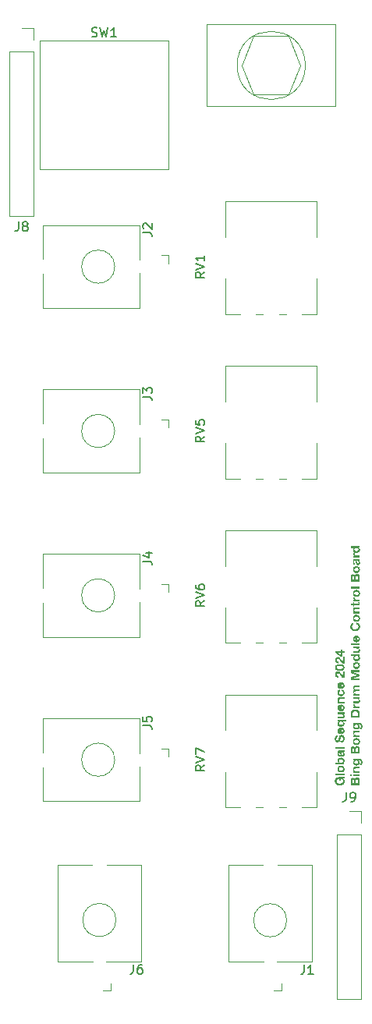
<source format=gbr>
%TF.GenerationSoftware,KiCad,Pcbnew,8.0.5*%
%TF.CreationDate,2024-10-13T12:49:13-04:00*%
%TF.ProjectId,2024.10.10 Bing Bong Drum Module CONTROL,32303234-2e31-4302-9e31-302042696e67,rev?*%
%TF.SameCoordinates,Original*%
%TF.FileFunction,Legend,Top*%
%TF.FilePolarity,Positive*%
%FSLAX46Y46*%
G04 Gerber Fmt 4.6, Leading zero omitted, Abs format (unit mm)*
G04 Created by KiCad (PCBNEW 8.0.5) date 2024-10-13 12:49:13*
%MOMM*%
%LPD*%
G01*
G04 APERTURE LIST*
%ADD10C,0.200000*%
%ADD11C,0.150000*%
%ADD12C,0.120000*%
G04 APERTURE END LIST*
D10*
G36*
X158316288Y-128462901D02*
G01*
X158430350Y-128440431D01*
X158430350Y-128299747D01*
X157876896Y-128299747D01*
X157876896Y-128721799D01*
X158048842Y-128721799D01*
X158048842Y-128499538D01*
X158098943Y-128507552D01*
X158147788Y-128524049D01*
X158192725Y-128551669D01*
X158211508Y-128569147D01*
X158241132Y-128611412D01*
X158258413Y-128657772D01*
X158266806Y-128712014D01*
X158267684Y-128738651D01*
X158263597Y-128791511D01*
X158249944Y-128841566D01*
X158238619Y-128865413D01*
X158209374Y-128907194D01*
X158172929Y-128941495D01*
X158161194Y-128949921D01*
X158116588Y-128974812D01*
X158067401Y-128993065D01*
X158052506Y-128997060D01*
X158002727Y-129006548D01*
X157951819Y-129011200D01*
X157927942Y-129011715D01*
X157878517Y-129009654D01*
X157826292Y-129002770D01*
X157798738Y-128997060D01*
X157750193Y-128982093D01*
X157702962Y-128959573D01*
X157687363Y-128949921D01*
X157648240Y-128917758D01*
X157616785Y-128878114D01*
X157609205Y-128865413D01*
X157590229Y-128819395D01*
X157581299Y-128770262D01*
X157579896Y-128738651D01*
X157584889Y-128686403D01*
X157599868Y-128639811D01*
X157622150Y-128602364D01*
X157659634Y-128565235D01*
X157704494Y-128540312D01*
X157748668Y-128526404D01*
X157748668Y-128315378D01*
X157696972Y-128323479D01*
X157649044Y-128337398D01*
X157600676Y-128359432D01*
X157596505Y-128361785D01*
X157553313Y-128390236D01*
X157515086Y-128423536D01*
X157484642Y-128458016D01*
X157456006Y-128499822D01*
X157432566Y-128544976D01*
X157415765Y-128588930D01*
X157402416Y-128639350D01*
X157394607Y-128690867D01*
X157392318Y-128738651D01*
X157394293Y-128788072D01*
X157401387Y-128841806D01*
X157413641Y-128892608D01*
X157431055Y-128940480D01*
X157433595Y-128946258D01*
X157456187Y-128990511D01*
X157486275Y-129036027D01*
X157521308Y-129077022D01*
X157547412Y-129101840D01*
X157590186Y-129135086D01*
X157636902Y-129163656D01*
X157681736Y-129185126D01*
X157717405Y-129198805D01*
X157767154Y-129213551D01*
X157818949Y-129224084D01*
X157872789Y-129230404D01*
X157928675Y-129232510D01*
X157983294Y-129230404D01*
X158036020Y-129224084D01*
X158086853Y-129213551D01*
X158135793Y-129198805D01*
X158182245Y-129179998D01*
X158230817Y-129154461D01*
X158275487Y-129124288D01*
X158303099Y-129101596D01*
X158340664Y-129063733D01*
X158373398Y-129021311D01*
X158401303Y-128974329D01*
X158414718Y-128946258D01*
X158432456Y-128898661D01*
X158445127Y-128848194D01*
X158452729Y-128794858D01*
X158455223Y-128745834D01*
X158455263Y-128738651D01*
X158451626Y-128688588D01*
X158440717Y-128638814D01*
X158424488Y-128593815D01*
X158400698Y-128550176D01*
X158367797Y-128509017D01*
X158330396Y-128474095D01*
X158316288Y-128462901D01*
G37*
G36*
X157423581Y-128142454D02*
G01*
X158424000Y-128142454D01*
X158424000Y-127942664D01*
X157423581Y-127942664D01*
X157423581Y-128142454D01*
G37*
G36*
X158063557Y-127057554D02*
G01*
X158116108Y-127060702D01*
X158165414Y-127069098D01*
X158215905Y-127084394D01*
X158253868Y-127101166D01*
X158295913Y-127126545D01*
X158336316Y-127160354D01*
X158362527Y-127189592D01*
X158391825Y-127233624D01*
X158413009Y-127279056D01*
X158414646Y-127283422D01*
X158429232Y-127333530D01*
X158437031Y-127382388D01*
X158439631Y-127434394D01*
X158439605Y-127439751D01*
X158436485Y-127491481D01*
X158428166Y-127539872D01*
X158413009Y-127589244D01*
X158398140Y-127622461D01*
X158370457Y-127667707D01*
X158336316Y-127707458D01*
X158303043Y-127735970D01*
X158261869Y-127762320D01*
X158215905Y-127783418D01*
X158211477Y-127785055D01*
X158160629Y-127799641D01*
X158110998Y-127807440D01*
X158058124Y-127810040D01*
X158052675Y-127810014D01*
X157999943Y-127806894D01*
X157950408Y-127798575D01*
X157899610Y-127783418D01*
X157861311Y-127766547D01*
X157819067Y-127741152D01*
X157778710Y-127707458D01*
X157752342Y-127678160D01*
X157722776Y-127634288D01*
X157701285Y-127589244D01*
X157699587Y-127584923D01*
X157684467Y-127535183D01*
X157676381Y-127486458D01*
X157673685Y-127434394D01*
X157830001Y-127434394D01*
X157833306Y-127472732D01*
X157850029Y-127518903D01*
X157863538Y-127538680D01*
X157901320Y-127573124D01*
X157926290Y-127586680D01*
X157973860Y-127601945D01*
X158007441Y-127607322D01*
X158057391Y-127610249D01*
X158091558Y-127608879D01*
X158140189Y-127601945D01*
X158166943Y-127594683D01*
X158212729Y-127573124D01*
X158233365Y-127557461D01*
X158264265Y-127518903D01*
X158277939Y-127483425D01*
X158283316Y-127434394D01*
X158280171Y-127395818D01*
X158264265Y-127349154D01*
X158249470Y-127327151D01*
X158212729Y-127294443D01*
X158187416Y-127280773D01*
X158140189Y-127265623D01*
X158107083Y-127260088D01*
X158057391Y-127257074D01*
X158023103Y-127258485D01*
X157973860Y-127265623D01*
X157946775Y-127272775D01*
X157901320Y-127294443D01*
X157881044Y-127310054D01*
X157850029Y-127349154D01*
X157835653Y-127385035D01*
X157830001Y-127434394D01*
X157673685Y-127434394D01*
X157673712Y-127429052D01*
X157676947Y-127377360D01*
X157685572Y-127328817D01*
X157701285Y-127279056D01*
X157718469Y-127241524D01*
X157744352Y-127200059D01*
X157778710Y-127160354D01*
X157811926Y-127131737D01*
X157853257Y-127105381D01*
X157899610Y-127084394D01*
X157904068Y-127082742D01*
X157955217Y-127068023D01*
X158005072Y-127060151D01*
X158058124Y-127057528D01*
X158063557Y-127057554D01*
G37*
G36*
X158075148Y-126199983D02*
G01*
X158127733Y-126203525D01*
X158181085Y-126212446D01*
X158229094Y-126226614D01*
X158263746Y-126240948D01*
X158309656Y-126266284D01*
X158348284Y-126296223D01*
X158359512Y-126307076D01*
X158392918Y-126347708D01*
X158417161Y-126392454D01*
X158421176Y-126402497D01*
X158434694Y-126449700D01*
X158439631Y-126500898D01*
X158437544Y-126544647D01*
X158429327Y-126594550D01*
X158413253Y-126644513D01*
X158397637Y-126674204D01*
X158365568Y-126711470D01*
X158323127Y-126740012D01*
X158323127Y-126742699D01*
X158415939Y-126742699D01*
X158415939Y-126932720D01*
X157423581Y-126932720D01*
X157423581Y-126732929D01*
X157786281Y-126732929D01*
X157786281Y-126730242D01*
X157759048Y-126710306D01*
X157725526Y-126674334D01*
X157700796Y-126631080D01*
X157688935Y-126599405D01*
X157681962Y-126569775D01*
X157830001Y-126569775D01*
X157832194Y-126598504D01*
X157848563Y-126645979D01*
X157861300Y-126665031D01*
X157898389Y-126699224D01*
X157923393Y-126713432D01*
X157971173Y-126730242D01*
X158007872Y-126736921D01*
X158057391Y-126740012D01*
X158092510Y-126738400D01*
X158142387Y-126730242D01*
X158169472Y-126722059D01*
X158214928Y-126699224D01*
X158233356Y-126684998D01*
X158264997Y-126645979D01*
X158276160Y-126620035D01*
X158283316Y-126569775D01*
X158281151Y-126540437D01*
X158264997Y-126493083D01*
X158252132Y-126474287D01*
X158214928Y-126440326D01*
X158189958Y-126426152D01*
X158142387Y-126409551D01*
X158108447Y-126403068D01*
X158057391Y-126399538D01*
X158021363Y-126401190D01*
X157971173Y-126409551D01*
X157943950Y-126417596D01*
X157898389Y-126440326D01*
X157879985Y-126454504D01*
X157848563Y-126493083D01*
X157836545Y-126521057D01*
X157830001Y-126569775D01*
X157681962Y-126569775D01*
X157677498Y-126550804D01*
X157673685Y-126500898D01*
X157673883Y-126490607D01*
X157680795Y-126439538D01*
X157696156Y-126392454D01*
X157703768Y-126376001D01*
X157731364Y-126332725D01*
X157765277Y-126296223D01*
X157793447Y-126273337D01*
X157837440Y-126246850D01*
X157884223Y-126226614D01*
X157902785Y-126220317D01*
X157952931Y-126208248D01*
X158002631Y-126201872D01*
X158056658Y-126199747D01*
X158075148Y-126199983D01*
G37*
G36*
X158424000Y-125602329D02*
G01*
X158389561Y-125611610D01*
X158353658Y-125616495D01*
X158386504Y-125654769D01*
X158411039Y-125697782D01*
X158422778Y-125729091D01*
X158434685Y-125777898D01*
X158441096Y-125827597D01*
X158442318Y-125861226D01*
X158439143Y-125911540D01*
X158429617Y-125958435D01*
X158410924Y-126005438D01*
X158390294Y-126037081D01*
X158353482Y-126071940D01*
X158322639Y-126089838D01*
X158274958Y-126104703D01*
X158225674Y-126108889D01*
X158175599Y-126104728D01*
X158128674Y-126089783D01*
X158123581Y-126087151D01*
X158083618Y-126058480D01*
X158059589Y-126030731D01*
X158035385Y-125986391D01*
X158023685Y-125952085D01*
X158011844Y-125901921D01*
X158004879Y-125862692D01*
X157997838Y-125812400D01*
X157993644Y-125774032D01*
X157986622Y-125723294D01*
X157980943Y-125696607D01*
X157962053Y-125651026D01*
X157956274Y-125643117D01*
X157909136Y-125624799D01*
X158068138Y-125624799D01*
X158085723Y-125656551D01*
X158096226Y-125697339D01*
X158103309Y-125743013D01*
X158110392Y-125790884D01*
X158121627Y-125835337D01*
X158140434Y-125873194D01*
X158170720Y-125899328D01*
X158217126Y-125909098D01*
X158262311Y-125899328D01*
X158291131Y-125872461D01*
X158305786Y-125833138D01*
X158309938Y-125786732D01*
X158305645Y-125737223D01*
X158290399Y-125695385D01*
X158258048Y-125657522D01*
X158243260Y-125647514D01*
X158196576Y-125629830D01*
X158187817Y-125628463D01*
X158142632Y-125624799D01*
X158068138Y-125624799D01*
X157909136Y-125624799D01*
X157860249Y-125634245D01*
X157857845Y-125635546D01*
X157828291Y-125663634D01*
X157814125Y-125704422D01*
X157810706Y-125754248D01*
X157816287Y-125804133D01*
X157836107Y-125847304D01*
X157877950Y-125877428D01*
X157920371Y-125886628D01*
X157920371Y-126086418D01*
X157870980Y-126079411D01*
X157821866Y-126061860D01*
X157803623Y-126051247D01*
X157764142Y-126018464D01*
X157732711Y-125978275D01*
X157729129Y-125972357D01*
X157707470Y-125928225D01*
X157692076Y-125879606D01*
X157688829Y-125864890D01*
X157681080Y-125816149D01*
X157677281Y-125767167D01*
X157676861Y-125744478D01*
X157678578Y-125692690D01*
X157683280Y-125643870D01*
X157684676Y-125633348D01*
X157695224Y-125582654D01*
X157712211Y-125536361D01*
X157714963Y-125530521D01*
X157741829Y-125488329D01*
X157777489Y-125454562D01*
X157824078Y-125432397D01*
X157875563Y-125425124D01*
X157883734Y-125425009D01*
X158262311Y-125425009D01*
X158313369Y-125423423D01*
X158356588Y-125419391D01*
X158405896Y-125408442D01*
X158424000Y-125399852D01*
X158424000Y-125602329D01*
G37*
G36*
X157423581Y-125269182D02*
G01*
X158424000Y-125269182D01*
X158424000Y-125069391D01*
X157423581Y-125069391D01*
X157423581Y-125269182D01*
G37*
G36*
X158082060Y-124353759D02*
G01*
X158082060Y-124567716D01*
X158132296Y-124565642D01*
X158183491Y-124556541D01*
X158229821Y-124540283D01*
X158242771Y-124534011D01*
X158286485Y-124506916D01*
X158324599Y-124473991D01*
X158354390Y-124439000D01*
X158381874Y-124395725D01*
X158403873Y-124348178D01*
X158419115Y-124301247D01*
X158429934Y-124251922D01*
X158436746Y-124201642D01*
X158439551Y-124150408D01*
X158439631Y-124140047D01*
X158438150Y-124090191D01*
X158432945Y-124037825D01*
X158423991Y-123989401D01*
X158415939Y-123959307D01*
X158399143Y-123912939D01*
X158376424Y-123867665D01*
X158349261Y-123828393D01*
X158314972Y-123792501D01*
X158272786Y-123761912D01*
X158247900Y-123749014D01*
X158198462Y-123731619D01*
X158149965Y-123723433D01*
X158120406Y-123722147D01*
X158070722Y-123725654D01*
X158022958Y-123737610D01*
X157982408Y-123758051D01*
X157942139Y-123789440D01*
X157906796Y-123828202D01*
X157896191Y-123843292D01*
X157871347Y-123886435D01*
X157852198Y-123933075D01*
X157849296Y-123942454D01*
X157835669Y-123991630D01*
X157829024Y-124020368D01*
X157816236Y-124070559D01*
X157803614Y-124119665D01*
X157790671Y-124169336D01*
X157789701Y-124173020D01*
X157775275Y-124222218D01*
X157758926Y-124264611D01*
X157731047Y-124304777D01*
X157725465Y-124308819D01*
X157677593Y-124320054D01*
X157628628Y-124308620D01*
X157624593Y-124306132D01*
X157589666Y-124270228D01*
X157570618Y-124224934D01*
X157569882Y-124221624D01*
X157564287Y-124171464D01*
X157564265Y-124168135D01*
X157567315Y-124117335D01*
X157571348Y-124092908D01*
X157587468Y-124045647D01*
X157595284Y-124031847D01*
X157629368Y-123996427D01*
X157641690Y-123988861D01*
X157689598Y-123972930D01*
X157716184Y-123969810D01*
X157716184Y-123755853D01*
X157664215Y-123759097D01*
X157612890Y-123770158D01*
X157567684Y-123789070D01*
X157524797Y-123817097D01*
X157488091Y-123851718D01*
X157467056Y-123878463D01*
X157440472Y-123922896D01*
X157420070Y-123971932D01*
X157409903Y-124007179D01*
X157399891Y-124057662D01*
X157394035Y-124109703D01*
X157392318Y-124158365D01*
X157394894Y-124208958D01*
X157402622Y-124259619D01*
X157410636Y-124293431D01*
X157426973Y-124342032D01*
X157448875Y-124386717D01*
X157466568Y-124414332D01*
X157500273Y-124454446D01*
X157540266Y-124487869D01*
X157560845Y-124501038D01*
X157606194Y-124521131D01*
X157657245Y-124531950D01*
X157694446Y-124534011D01*
X157746706Y-124529738D01*
X157795593Y-124515579D01*
X157811194Y-124508121D01*
X157852814Y-124480078D01*
X157887458Y-124444952D01*
X157891550Y-124439733D01*
X157919145Y-124397705D01*
X157941482Y-124350847D01*
X157944062Y-124344234D01*
X157960585Y-124296870D01*
X157974677Y-124248384D01*
X157978256Y-124234325D01*
X157991206Y-124186567D01*
X158003939Y-124136124D01*
X158006344Y-124126125D01*
X158018988Y-124078448D01*
X158035653Y-124030382D01*
X158058390Y-123985974D01*
X158077419Y-123962238D01*
X158121531Y-123938171D01*
X158143120Y-123936104D01*
X158192350Y-123947232D01*
X158205402Y-123955888D01*
X158238320Y-123994250D01*
X158243993Y-124004981D01*
X158259792Y-124051646D01*
X158262799Y-124068240D01*
X158267450Y-124118370D01*
X158267684Y-124131498D01*
X158263982Y-124182382D01*
X158257182Y-124216006D01*
X158239665Y-124262890D01*
X158224942Y-124287081D01*
X158188483Y-124322847D01*
X158167789Y-124335441D01*
X158120599Y-124350736D01*
X158082060Y-124353759D01*
G37*
G36*
X158111369Y-122927625D02*
G01*
X158111369Y-123452259D01*
X158153562Y-123447634D01*
X158201407Y-123432949D01*
X158242771Y-123403166D01*
X158264152Y-123371109D01*
X158279356Y-123322566D01*
X158283316Y-123273718D01*
X158283052Y-123262511D01*
X158274837Y-123214185D01*
X158253274Y-123169670D01*
X158232187Y-123143596D01*
X158189526Y-123115937D01*
X158189526Y-122940082D01*
X158206019Y-122945539D01*
X158259042Y-122967405D01*
X158304748Y-122993571D01*
X158348025Y-123028742D01*
X158381745Y-123069531D01*
X158388755Y-123080573D01*
X158412271Y-123127605D01*
X158428551Y-123179217D01*
X158436861Y-123228133D01*
X158439631Y-123280556D01*
X158439604Y-123285913D01*
X158436399Y-123337643D01*
X158427850Y-123386034D01*
X158412276Y-123435406D01*
X158397041Y-123468532D01*
X158368808Y-123513297D01*
X158334118Y-123552154D01*
X158303996Y-123577363D01*
X158259025Y-123605624D01*
X158212974Y-123626160D01*
X158208563Y-123627753D01*
X158158225Y-123641937D01*
X158109558Y-123649521D01*
X158058124Y-123652050D01*
X158008106Y-123649450D01*
X157955677Y-123640584D01*
X157905960Y-123625427D01*
X157867900Y-123608557D01*
X157825475Y-123583162D01*
X157784327Y-123549468D01*
X157754265Y-123516795D01*
X157726154Y-123476613D01*
X157703239Y-123431987D01*
X157686413Y-123383239D01*
X157676572Y-123331027D01*
X157674006Y-123286174D01*
X157830001Y-123286174D01*
X157831935Y-123317181D01*
X157846365Y-123365797D01*
X157853899Y-123378986D01*
X157886909Y-123416355D01*
X157893000Y-123420943D01*
X157938200Y-123443222D01*
X157986316Y-123452259D01*
X157986316Y-123127172D01*
X157958853Y-123133248D01*
X157911707Y-123149987D01*
X157869812Y-123177242D01*
X157856283Y-123192011D01*
X157835599Y-123236623D01*
X157830001Y-123286174D01*
X157674006Y-123286174D01*
X157673685Y-123280556D01*
X157674005Y-123263364D01*
X157678803Y-123214313D01*
X157690886Y-123164253D01*
X157710078Y-123118868D01*
X157735256Y-123078229D01*
X157768571Y-123039091D01*
X157807775Y-123005783D01*
X157851942Y-122978166D01*
X157900150Y-122956437D01*
X157947482Y-122941792D01*
X157957310Y-122939418D01*
X158007279Y-122930526D01*
X158058632Y-122926595D01*
X158111369Y-122927625D01*
G37*
G36*
X158674104Y-122304562D02*
G01*
X158324593Y-122304562D01*
X158324593Y-122307249D01*
X158353398Y-122326605D01*
X158388306Y-122362280D01*
X158413253Y-122405923D01*
X158424793Y-122437812D01*
X158435922Y-122486618D01*
X158439631Y-122536593D01*
X158439557Y-122542956D01*
X158434254Y-122591535D01*
X158420580Y-122641617D01*
X158414012Y-122658270D01*
X158389088Y-122702616D01*
X158357321Y-122740780D01*
X158330095Y-122764842D01*
X158286881Y-122793138D01*
X158240329Y-122815274D01*
X158216855Y-122823788D01*
X158165078Y-122836486D01*
X158112971Y-122842980D01*
X158062276Y-122844827D01*
X158016123Y-122842919D01*
X157966291Y-122836412D01*
X157917440Y-122825288D01*
X157883170Y-122814083D01*
X157835599Y-122792353D01*
X157792632Y-122764715D01*
X157766895Y-122743039D01*
X157733441Y-122705716D01*
X157706170Y-122662622D01*
X157687675Y-122617906D01*
X157676858Y-122568053D01*
X157673685Y-122518274D01*
X157674983Y-122489144D01*
X157678651Y-122467716D01*
X157830001Y-122467716D01*
X157832714Y-122502521D01*
X157849296Y-122550759D01*
X157863952Y-122572459D01*
X157900587Y-122605713D01*
X157925901Y-122619818D01*
X157973127Y-122636000D01*
X158006476Y-122641851D01*
X158057391Y-122645036D01*
X158091558Y-122643666D01*
X158140189Y-122636732D01*
X158166943Y-122629470D01*
X158212729Y-122607912D01*
X158233365Y-122592335D01*
X158264265Y-122554422D01*
X158277288Y-122522272D01*
X158283316Y-122471868D01*
X158280740Y-122437316D01*
X158264997Y-122389803D01*
X158252203Y-122370306D01*
X158215660Y-122336314D01*
X158191091Y-122322541D01*
X158144341Y-122306760D01*
X158110875Y-122300751D01*
X158060078Y-122297479D01*
X158026739Y-122299011D01*
X157978012Y-122306760D01*
X157950644Y-122314243D01*
X157904006Y-122335581D01*
X157882810Y-122350630D01*
X157850517Y-122388337D01*
X157837234Y-122417345D01*
X157830001Y-122467716D01*
X157678651Y-122467716D01*
X157683243Y-122440893D01*
X157700796Y-122391024D01*
X157714364Y-122366095D01*
X157748615Y-122326433D01*
X157790678Y-122297479D01*
X157790678Y-122294548D01*
X157697866Y-122294548D01*
X157697866Y-122104771D01*
X158674104Y-122104771D01*
X158674104Y-122304562D01*
G37*
G36*
X158421313Y-121276544D02*
G01*
X157689317Y-121276544D01*
X157689317Y-121476334D01*
X158073511Y-121476334D01*
X158125611Y-121478624D01*
X158174772Y-121486674D01*
X158221266Y-121504384D01*
X158234467Y-121512971D01*
X158267860Y-121553630D01*
X158281598Y-121602173D01*
X158283316Y-121631184D01*
X158275939Y-121682313D01*
X158249095Y-121723375D01*
X158238619Y-121731080D01*
X158190721Y-121750280D01*
X158140755Y-121757824D01*
X158103309Y-121759168D01*
X157689317Y-121759168D01*
X157689317Y-121958958D01*
X158139457Y-121958958D01*
X158188698Y-121957275D01*
X158238245Y-121951654D01*
X158263288Y-121946990D01*
X158312021Y-121931907D01*
X158355839Y-121907299D01*
X158358298Y-121905469D01*
X158392736Y-121870481D01*
X158417037Y-121827809D01*
X158418382Y-121824625D01*
X158432908Y-121774182D01*
X158438884Y-121722090D01*
X158439631Y-121692978D01*
X158434995Y-121642064D01*
X158421089Y-121592117D01*
X158411543Y-121569391D01*
X158385382Y-121527122D01*
X158349399Y-121491172D01*
X158319952Y-121470717D01*
X158319952Y-121466565D01*
X158421313Y-121466565D01*
X158421313Y-121276544D01*
G37*
G36*
X158111369Y-120440256D02*
G01*
X158111369Y-120964890D01*
X158153562Y-120960265D01*
X158201407Y-120945580D01*
X158242771Y-120915797D01*
X158264152Y-120883740D01*
X158279356Y-120835197D01*
X158283316Y-120786348D01*
X158283052Y-120775141D01*
X158274837Y-120726816D01*
X158253274Y-120682301D01*
X158232187Y-120656227D01*
X158189526Y-120628568D01*
X158189526Y-120452713D01*
X158206019Y-120458170D01*
X158259042Y-120480035D01*
X158304748Y-120506202D01*
X158348025Y-120541373D01*
X158381745Y-120582161D01*
X158388755Y-120593204D01*
X158412271Y-120640236D01*
X158428551Y-120691847D01*
X158436861Y-120740764D01*
X158439631Y-120793187D01*
X158439604Y-120798544D01*
X158436399Y-120850274D01*
X158427850Y-120898664D01*
X158412276Y-120948037D01*
X158397041Y-120981163D01*
X158368808Y-121025928D01*
X158334118Y-121064785D01*
X158303996Y-121089994D01*
X158259025Y-121118255D01*
X158212974Y-121138791D01*
X158208563Y-121140384D01*
X158158225Y-121154567D01*
X158109558Y-121162152D01*
X158058124Y-121164681D01*
X158008106Y-121162081D01*
X157955677Y-121153215D01*
X157905960Y-121138058D01*
X157867900Y-121121187D01*
X157825475Y-121095793D01*
X157784327Y-121062099D01*
X157754265Y-121029426D01*
X157726154Y-120989244D01*
X157703239Y-120944618D01*
X157686413Y-120895869D01*
X157676572Y-120843658D01*
X157674006Y-120798805D01*
X157830001Y-120798805D01*
X157831935Y-120829812D01*
X157846365Y-120878428D01*
X157853899Y-120891616D01*
X157886909Y-120928986D01*
X157893000Y-120933573D01*
X157938200Y-120955853D01*
X157986316Y-120964890D01*
X157986316Y-120639803D01*
X157958853Y-120645879D01*
X157911707Y-120662617D01*
X157869812Y-120689872D01*
X157856283Y-120704642D01*
X157835599Y-120749254D01*
X157830001Y-120798805D01*
X157674006Y-120798805D01*
X157673685Y-120793187D01*
X157674005Y-120775995D01*
X157678803Y-120726944D01*
X157690886Y-120676884D01*
X157710078Y-120631498D01*
X157735256Y-120590860D01*
X157768571Y-120551722D01*
X157807775Y-120518414D01*
X157851942Y-120490797D01*
X157900150Y-120469067D01*
X157947482Y-120454422D01*
X157957310Y-120452049D01*
X158007279Y-120443157D01*
X158058632Y-120439226D01*
X158111369Y-120440256D01*
G37*
G36*
X157692248Y-120326439D02*
G01*
X158424000Y-120326439D01*
X158424000Y-120126648D01*
X158039806Y-120126648D01*
X157987705Y-120124359D01*
X157938545Y-120116309D01*
X157892050Y-120098599D01*
X157878849Y-120090012D01*
X157845457Y-120049353D01*
X157831718Y-120000810D01*
X157830001Y-119971799D01*
X157837378Y-119920670D01*
X157864222Y-119879608D01*
X157874697Y-119871903D01*
X157922596Y-119852702D01*
X157972561Y-119845159D01*
X158010008Y-119843815D01*
X158424000Y-119843815D01*
X158424000Y-119644025D01*
X157974593Y-119644025D01*
X157925534Y-119645708D01*
X157876186Y-119651329D01*
X157851250Y-119655993D01*
X157802571Y-119671076D01*
X157758928Y-119695684D01*
X157756484Y-119697514D01*
X157721740Y-119732502D01*
X157697043Y-119775174D01*
X157695667Y-119778358D01*
X157680641Y-119828801D01*
X157674458Y-119880893D01*
X157673685Y-119910005D01*
X157678402Y-119960960D01*
X157692550Y-120011027D01*
X157702262Y-120033836D01*
X157728503Y-120075957D01*
X157764361Y-120111826D01*
X157793609Y-120132266D01*
X157793609Y-120136418D01*
X157692248Y-120136418D01*
X157692248Y-120326439D01*
G37*
G36*
X157955053Y-119001666D02*
G01*
X157955053Y-118806272D01*
X157903945Y-118812958D01*
X157854780Y-118828263D01*
X157830978Y-118839977D01*
X157788349Y-118869202D01*
X157752358Y-118905159D01*
X157743295Y-118916669D01*
X157715980Y-118960347D01*
X157695583Y-119008886D01*
X157691027Y-119023648D01*
X157679799Y-119073033D01*
X157674295Y-119123951D01*
X157673685Y-119147967D01*
X157676572Y-119201472D01*
X157685230Y-119251160D01*
X157701421Y-119301409D01*
X157703239Y-119305748D01*
X157726299Y-119350619D01*
X157754842Y-119390525D01*
X157785549Y-119422496D01*
X157824156Y-119452527D01*
X157867440Y-119477132D01*
X157910845Y-119494792D01*
X157962131Y-119508837D01*
X158011208Y-119516546D01*
X158062623Y-119519437D01*
X158067893Y-119519461D01*
X158117591Y-119516861D01*
X158169283Y-119507995D01*
X158217859Y-119492838D01*
X158262624Y-119471885D01*
X158306325Y-119443366D01*
X158335584Y-119418100D01*
X158369381Y-119379346D01*
X158397133Y-119334890D01*
X158412276Y-119302085D01*
X158427850Y-119253648D01*
X158436960Y-119202038D01*
X158439631Y-119152364D01*
X158436840Y-119099796D01*
X158428468Y-119050904D01*
X158411647Y-118998507D01*
X158387229Y-118951113D01*
X158360252Y-118914471D01*
X158322296Y-118877372D01*
X158278100Y-118847285D01*
X158227662Y-118824211D01*
X158179462Y-118810014D01*
X158135793Y-118802120D01*
X158135793Y-118994827D01*
X158186050Y-119007562D01*
X158230074Y-119032005D01*
X158243260Y-119043431D01*
X158272011Y-119086909D01*
X158282690Y-119136396D01*
X158283316Y-119153829D01*
X158276083Y-119204029D01*
X158262799Y-119232720D01*
X158229048Y-119270816D01*
X158210043Y-119284011D01*
X158164572Y-119304277D01*
X158138235Y-119311366D01*
X158089043Y-119318502D01*
X158060078Y-119319670D01*
X158010122Y-119316426D01*
X157979966Y-119311366D01*
X157932262Y-119296101D01*
X157906205Y-119282545D01*
X157867331Y-119250568D01*
X157851250Y-119229789D01*
X157832989Y-119183173D01*
X157830001Y-119149433D01*
X157835985Y-119098618D01*
X157857478Y-119053223D01*
X157894603Y-119021353D01*
X157947360Y-119003008D01*
X157955053Y-119001666D01*
G37*
G36*
X158111369Y-118004667D02*
G01*
X158111369Y-118529300D01*
X158153562Y-118524675D01*
X158201407Y-118509990D01*
X158242771Y-118480207D01*
X158264152Y-118448151D01*
X158279356Y-118399607D01*
X158283316Y-118350759D01*
X158283052Y-118339552D01*
X158274837Y-118291226D01*
X158253274Y-118246711D01*
X158232187Y-118220637D01*
X158189526Y-118192978D01*
X158189526Y-118017123D01*
X158206019Y-118022580D01*
X158259042Y-118044446D01*
X158304748Y-118070612D01*
X158348025Y-118105783D01*
X158381745Y-118146572D01*
X158388755Y-118157614D01*
X158412271Y-118204646D01*
X158428551Y-118256258D01*
X158436861Y-118305175D01*
X158439631Y-118357598D01*
X158439604Y-118362954D01*
X158436399Y-118414684D01*
X158427850Y-118463075D01*
X158412276Y-118512448D01*
X158397041Y-118545573D01*
X158368808Y-118590338D01*
X158334118Y-118629196D01*
X158303996Y-118654404D01*
X158259025Y-118682665D01*
X158212974Y-118703201D01*
X158208563Y-118704794D01*
X158158225Y-118718978D01*
X158109558Y-118726563D01*
X158058124Y-118729091D01*
X158008106Y-118726491D01*
X157955677Y-118717626D01*
X157905960Y-118702468D01*
X157867900Y-118685598D01*
X157825475Y-118660203D01*
X157784327Y-118626509D01*
X157754265Y-118593837D01*
X157726154Y-118553655D01*
X157703239Y-118509028D01*
X157686413Y-118460280D01*
X157676572Y-118408068D01*
X157674006Y-118363215D01*
X157830001Y-118363215D01*
X157831935Y-118394222D01*
X157846365Y-118442838D01*
X157853899Y-118456027D01*
X157886909Y-118493397D01*
X157893000Y-118497984D01*
X157938200Y-118520263D01*
X157986316Y-118529300D01*
X157986316Y-118204213D01*
X157958853Y-118210290D01*
X157911707Y-118227028D01*
X157869812Y-118254283D01*
X157856283Y-118269052D01*
X157835599Y-118313664D01*
X157830001Y-118363215D01*
X157674006Y-118363215D01*
X157673685Y-118357598D01*
X157674005Y-118340406D01*
X157678803Y-118291354D01*
X157690886Y-118241294D01*
X157710078Y-118195909D01*
X157735256Y-118155270D01*
X157768571Y-118116132D01*
X157807775Y-118082824D01*
X157851942Y-118055207D01*
X157900150Y-118033478D01*
X157947482Y-118018833D01*
X157957310Y-118016459D01*
X158007279Y-118007567D01*
X158058632Y-118003636D01*
X158111369Y-118004667D01*
G37*
G36*
X157821941Y-117525951D02*
G01*
X157821941Y-117334709D01*
X157772501Y-117331751D01*
X157742562Y-117327137D01*
X157695259Y-117313265D01*
X157669533Y-117301003D01*
X157629978Y-117270159D01*
X157616044Y-117252399D01*
X157597952Y-117206863D01*
X157595528Y-117178393D01*
X157602139Y-117129634D01*
X157624044Y-117085689D01*
X157635584Y-117072147D01*
X157676449Y-117043764D01*
X157725196Y-117031640D01*
X157746714Y-117030626D01*
X157796433Y-117037859D01*
X157826581Y-117051143D01*
X157867568Y-117080394D01*
X157889596Y-117101701D01*
X157921025Y-117139904D01*
X157940643Y-117168623D01*
X157967734Y-117210579D01*
X157986072Y-117237500D01*
X158015649Y-117280269D01*
X158044937Y-117321595D01*
X158071313Y-117357912D01*
X158103919Y-117398532D01*
X158138724Y-117435031D01*
X158163148Y-117457074D01*
X158205650Y-117488345D01*
X158248818Y-117512130D01*
X158275744Y-117523752D01*
X158326016Y-117538785D01*
X158377711Y-117546470D01*
X158424000Y-117548421D01*
X158424000Y-116825218D01*
X158252053Y-116825218D01*
X158252053Y-117290989D01*
X158213228Y-117259368D01*
X158178515Y-117224038D01*
X158163881Y-117206481D01*
X158133968Y-117167142D01*
X158105748Y-117126916D01*
X158093295Y-117108051D01*
X158066424Y-117067093D01*
X158039391Y-117026378D01*
X158026861Y-117007667D01*
X157995919Y-116965913D01*
X157962079Y-116928273D01*
X157951878Y-116918274D01*
X157913470Y-116886645D01*
X157870480Y-116861000D01*
X157857356Y-116854771D01*
X157810668Y-116839274D01*
X157761490Y-116831981D01*
X157730106Y-116830836D01*
X157678574Y-116834717D01*
X157630958Y-116846360D01*
X157601390Y-116858435D01*
X157557778Y-116883805D01*
X157520212Y-116915464D01*
X157504914Y-116932196D01*
X157475987Y-116972360D01*
X157453107Y-117017442D01*
X157444586Y-117039907D01*
X157430986Y-117090608D01*
X157424586Y-117139340D01*
X157423581Y-117168623D01*
X157426538Y-117222032D01*
X157435411Y-117271434D01*
X157452004Y-117321148D01*
X157453867Y-117325427D01*
X157477517Y-117369563D01*
X157509768Y-117411523D01*
X157538375Y-117438756D01*
X157581617Y-117469302D01*
X157625782Y-117491750D01*
X157665137Y-117506167D01*
X157716394Y-117518643D01*
X157765395Y-117524825D01*
X157816686Y-117526094D01*
X157821941Y-117525951D01*
G37*
G36*
X157956668Y-116047999D02*
G01*
X158008603Y-116050363D01*
X158064831Y-116055683D01*
X158116360Y-116063760D01*
X158169498Y-116076369D01*
X158193843Y-116083907D01*
X158244012Y-116103293D01*
X158287806Y-116126041D01*
X158328989Y-116155260D01*
X158359826Y-116184523D01*
X158390221Y-116223648D01*
X158414230Y-116270542D01*
X158426509Y-116308077D01*
X158436630Y-116360347D01*
X158439631Y-116410494D01*
X158438043Y-116446642D01*
X158429709Y-116499032D01*
X158414230Y-116549224D01*
X158394886Y-116588560D01*
X158365949Y-116628194D01*
X158328989Y-116664018D01*
X158309382Y-116678864D01*
X158264263Y-116705588D01*
X158216927Y-116726254D01*
X158169498Y-116741931D01*
X158130220Y-116751726D01*
X158080033Y-116760591D01*
X158025147Y-116766699D01*
X157974363Y-116769739D01*
X157920127Y-116770752D01*
X157884696Y-116770301D01*
X157834241Y-116767937D01*
X157779457Y-116762618D01*
X157729068Y-116754540D01*
X157676861Y-116741931D01*
X157652803Y-116734409D01*
X157603137Y-116715169D01*
X157559655Y-116692721D01*
X157518591Y-116664018D01*
X157487774Y-116634990D01*
X157457454Y-116596049D01*
X157433595Y-116549224D01*
X157421198Y-116511786D01*
X157410980Y-116459945D01*
X157407949Y-116410494D01*
X157579896Y-116410494D01*
X157581365Y-116432394D01*
X157598459Y-116478882D01*
X157608442Y-116491949D01*
X157646819Y-116523822D01*
X157668257Y-116535018D01*
X157714474Y-116551422D01*
X157740449Y-116557475D01*
X157790678Y-116565344D01*
X157814453Y-116567605D01*
X157865416Y-116570228D01*
X157876526Y-116570439D01*
X157927454Y-116570961D01*
X157930128Y-116570958D01*
X157980983Y-116570111D01*
X158030524Y-116568274D01*
X158045602Y-116567359D01*
X158097354Y-116561268D01*
X158147517Y-116550689D01*
X158151012Y-116549741D01*
X158199601Y-116531455D01*
X158243504Y-116503550D01*
X158245953Y-116501492D01*
X158274568Y-116461108D01*
X158283316Y-116410494D01*
X158283277Y-116406660D01*
X158273363Y-116355905D01*
X158243504Y-116315727D01*
X158238464Y-116311648D01*
X158196586Y-116285673D01*
X158147517Y-116267856D01*
X158133347Y-116264322D01*
X158082730Y-116254959D01*
X158030524Y-116250270D01*
X158026756Y-116250090D01*
X157977709Y-116248167D01*
X157927454Y-116247339D01*
X157915720Y-116247374D01*
X157865416Y-116248072D01*
X157840166Y-116249066D01*
X157790678Y-116253690D01*
X157764262Y-116257567D01*
X157714474Y-116267856D01*
X157691600Y-116274410D01*
X157646819Y-116295211D01*
X157632622Y-116304981D01*
X157598459Y-116341617D01*
X157588670Y-116360412D01*
X157579896Y-116410494D01*
X157407949Y-116410494D01*
X157409978Y-116369305D01*
X157417967Y-116320906D01*
X157433595Y-116270542D01*
X157452810Y-116231158D01*
X157481660Y-116191362D01*
X157518591Y-116155260D01*
X157538169Y-116140132D01*
X157583048Y-116112988D01*
X157629966Y-116092108D01*
X157676861Y-116076369D01*
X157715478Y-116066575D01*
X157764612Y-116057709D01*
X157818140Y-116051602D01*
X157867519Y-116048562D01*
X157920127Y-116047549D01*
X157956668Y-116047999D01*
G37*
G36*
X157821941Y-115970612D02*
G01*
X157821941Y-115779370D01*
X157772501Y-115776412D01*
X157742562Y-115771799D01*
X157695259Y-115757926D01*
X157669533Y-115745665D01*
X157629978Y-115714820D01*
X157616044Y-115697060D01*
X157597952Y-115651524D01*
X157595528Y-115623055D01*
X157602139Y-115574296D01*
X157624044Y-115530351D01*
X157635584Y-115516809D01*
X157676449Y-115488425D01*
X157725196Y-115476301D01*
X157746714Y-115475288D01*
X157796433Y-115482521D01*
X157826581Y-115495804D01*
X157867568Y-115525056D01*
X157889596Y-115546362D01*
X157921025Y-115584566D01*
X157940643Y-115613285D01*
X157967734Y-115655241D01*
X157986072Y-115682161D01*
X158015649Y-115724930D01*
X158044937Y-115766256D01*
X158071313Y-115802573D01*
X158103919Y-115843194D01*
X158138724Y-115879693D01*
X158163148Y-115901736D01*
X158205650Y-115933007D01*
X158248818Y-115956792D01*
X158275744Y-115968414D01*
X158326016Y-115983446D01*
X158377711Y-115991131D01*
X158424000Y-115993083D01*
X158424000Y-115269879D01*
X158252053Y-115269879D01*
X158252053Y-115735651D01*
X158213228Y-115704029D01*
X158178515Y-115668699D01*
X158163881Y-115651143D01*
X158133968Y-115611803D01*
X158105748Y-115571578D01*
X158093295Y-115552713D01*
X158066424Y-115511755D01*
X158039391Y-115471039D01*
X158026861Y-115452329D01*
X157995919Y-115410575D01*
X157962079Y-115372935D01*
X157951878Y-115362936D01*
X157913470Y-115331307D01*
X157870480Y-115305661D01*
X157857356Y-115299433D01*
X157810668Y-115283935D01*
X157761490Y-115276642D01*
X157730106Y-115275497D01*
X157678574Y-115279378D01*
X157630958Y-115291022D01*
X157601390Y-115303096D01*
X157557778Y-115328467D01*
X157520212Y-115360125D01*
X157504914Y-115376858D01*
X157475987Y-115417022D01*
X157453107Y-115462103D01*
X157444586Y-115484569D01*
X157430986Y-115535269D01*
X157424586Y-115584001D01*
X157423581Y-115613285D01*
X157426538Y-115666694D01*
X157435411Y-115716096D01*
X157452004Y-115765810D01*
X157453867Y-115770089D01*
X157477517Y-115814225D01*
X157509768Y-115856185D01*
X157538375Y-115883418D01*
X157581617Y-115913963D01*
X157625782Y-115936412D01*
X157665137Y-115950829D01*
X157716394Y-115963304D01*
X157765395Y-115969487D01*
X157816686Y-115970756D01*
X157821941Y-115970612D01*
G37*
G36*
X158205158Y-114616041D02*
G01*
X158424000Y-114616041D01*
X158424000Y-114806062D01*
X158205158Y-114806062D01*
X158205158Y-115222496D01*
X158020022Y-115222496D01*
X157460109Y-114810214D01*
X157691271Y-114810214D01*
X158033211Y-115064960D01*
X158033211Y-114806062D01*
X157691271Y-114806062D01*
X157691271Y-114810214D01*
X157460109Y-114810214D01*
X157439212Y-114794827D01*
X157439212Y-114616041D01*
X158033211Y-114616041D01*
X158033211Y-114485371D01*
X158205158Y-114485371D01*
X158205158Y-114616041D01*
G37*
G36*
X159847735Y-128349033D02*
G01*
X159897978Y-128358037D01*
X159945974Y-128377172D01*
X159965878Y-128388976D01*
X160004172Y-128419499D01*
X160035856Y-128456795D01*
X160048235Y-128475978D01*
X160070756Y-128520957D01*
X160087391Y-128570612D01*
X160094657Y-128602837D01*
X160101664Y-128652033D01*
X160104000Y-128702259D01*
X160104000Y-129189035D01*
X159103581Y-129189035D01*
X159103581Y-128761122D01*
X159275528Y-128761122D01*
X159275528Y-128967995D01*
X159510001Y-128967995D01*
X159510001Y-128744269D01*
X159507951Y-128727416D01*
X159666316Y-128727416D01*
X159666316Y-128967995D01*
X159932053Y-128967995D01*
X159932053Y-128731568D01*
X159931838Y-128719573D01*
X159925946Y-128669775D01*
X159924731Y-128664296D01*
X159905674Y-128617751D01*
X159903835Y-128614949D01*
X159867084Y-128581847D01*
X159854017Y-128575970D01*
X159804558Y-128568414D01*
X159786602Y-128569097D01*
X159737471Y-128580753D01*
X159698312Y-128612133D01*
X159687439Y-128629433D01*
X159670816Y-128677545D01*
X159666316Y-128727416D01*
X159507951Y-128727416D01*
X159503829Y-128693525D01*
X159481913Y-128647304D01*
X159480123Y-128644960D01*
X159439186Y-128616496D01*
X159390566Y-128609203D01*
X159382029Y-128609401D01*
X159333169Y-128621903D01*
X159297998Y-128655853D01*
X159297212Y-128657172D01*
X159280413Y-128704213D01*
X159279268Y-128711086D01*
X159275528Y-128761122D01*
X159103581Y-128761122D01*
X159103581Y-128716181D01*
X159104189Y-128685468D01*
X159108058Y-128635591D01*
X159116281Y-128585511D01*
X159118807Y-128574577D01*
X159134394Y-128527466D01*
X159158047Y-128484150D01*
X159191691Y-128446659D01*
X159234983Y-128418693D01*
X159253734Y-128410808D01*
X159303696Y-128398753D01*
X159353441Y-128395490D01*
X159385660Y-128397138D01*
X159435182Y-128407631D01*
X159480692Y-128429928D01*
X159507819Y-128451927D01*
X159539481Y-128489434D01*
X159563979Y-128532022D01*
X159569274Y-128515034D01*
X159589361Y-128469042D01*
X159619066Y-128426685D01*
X159656547Y-128393536D01*
X159669193Y-128385330D01*
X159714760Y-128363806D01*
X159765574Y-128351251D01*
X159815793Y-128347618D01*
X159847735Y-128349033D01*
G37*
G36*
X159259896Y-128019845D02*
G01*
X159087949Y-128019845D01*
X159087949Y-128219635D01*
X159259896Y-128219635D01*
X159259896Y-128019845D01*
G37*
G36*
X159376644Y-128219635D02*
G01*
X160104000Y-128219635D01*
X160104000Y-128019845D01*
X159376644Y-128019845D01*
X159376644Y-128219635D01*
G37*
G36*
X159372248Y-127864750D02*
G01*
X160104000Y-127864750D01*
X160104000Y-127664960D01*
X159719806Y-127664960D01*
X159667705Y-127662670D01*
X159618545Y-127654620D01*
X159572050Y-127636910D01*
X159558849Y-127628323D01*
X159525457Y-127587664D01*
X159511718Y-127539121D01*
X159510001Y-127510110D01*
X159517378Y-127458982D01*
X159544222Y-127417920D01*
X159554697Y-127410214D01*
X159602596Y-127391014D01*
X159652561Y-127383471D01*
X159690008Y-127382127D01*
X160104000Y-127382127D01*
X160104000Y-127182336D01*
X159654593Y-127182336D01*
X159605534Y-127184019D01*
X159556186Y-127189640D01*
X159531250Y-127194304D01*
X159482571Y-127209388D01*
X159438928Y-127233995D01*
X159436484Y-127235825D01*
X159401740Y-127270813D01*
X159377043Y-127313485D01*
X159375667Y-127316669D01*
X159360641Y-127367112D01*
X159354458Y-127419205D01*
X159353685Y-127448316D01*
X159358402Y-127499271D01*
X159372550Y-127549338D01*
X159382262Y-127572147D01*
X159408503Y-127614268D01*
X159444361Y-127650137D01*
X159473609Y-127670577D01*
X159473609Y-127674729D01*
X159372248Y-127674729D01*
X159372248Y-127864750D01*
G37*
G36*
X160112774Y-126339412D02*
G01*
X160163106Y-126348002D01*
X160180623Y-126352416D01*
X160227640Y-126371944D01*
X160268619Y-126399538D01*
X160294918Y-126424439D01*
X160326317Y-126466296D01*
X160351418Y-126513355D01*
X160366271Y-126553777D01*
X160377908Y-126606842D01*
X160383743Y-126660759D01*
X160385367Y-126713145D01*
X160385249Y-126723194D01*
X160381117Y-126774016D01*
X160371934Y-126822322D01*
X160370197Y-126829214D01*
X160353456Y-126878473D01*
X160330168Y-126923438D01*
X160326593Y-126929088D01*
X160295638Y-126967624D01*
X160257384Y-126999398D01*
X160248895Y-127004847D01*
X160201811Y-127025201D01*
X160150894Y-127033836D01*
X160150894Y-126835511D01*
X160190885Y-126818020D01*
X160224167Y-126780556D01*
X160239554Y-126736593D01*
X160244683Y-126686279D01*
X160242264Y-126651599D01*
X160226860Y-126602317D01*
X160194125Y-126563424D01*
X160163698Y-126544768D01*
X160116517Y-126529810D01*
X160066630Y-126526055D01*
X159971376Y-126526055D01*
X159971376Y-126528742D01*
X159992716Y-126541802D01*
X160031414Y-126576757D01*
X160059792Y-126620822D01*
X160070926Y-126647305D01*
X160084349Y-126698102D01*
X160088368Y-126746851D01*
X160086069Y-126790961D01*
X160077014Y-126840045D01*
X160059303Y-126887535D01*
X160047565Y-126908961D01*
X160017007Y-126950319D01*
X159979436Y-126984743D01*
X159956498Y-127000336D01*
X159909559Y-127024147D01*
X159861222Y-127040187D01*
X159818174Y-127049460D01*
X159769059Y-127055694D01*
X159718096Y-127057772D01*
X159682864Y-127056505D01*
X159631161Y-127049853D01*
X159580831Y-127037500D01*
X159552621Y-127027624D01*
X159507742Y-127006507D01*
X159464083Y-126977660D01*
X159445854Y-126962161D01*
X159411364Y-126924044D01*
X159383727Y-126879719D01*
X159369205Y-126845493D01*
X159357235Y-126795530D01*
X159353685Y-126745385D01*
X159355018Y-126714823D01*
X159358264Y-126696293D01*
X159510001Y-126696293D01*
X159511647Y-126721533D01*
X159526854Y-126768833D01*
X159537162Y-126784978D01*
X159572283Y-126819391D01*
X159590978Y-126830988D01*
X159637984Y-126848944D01*
X159666160Y-126854451D01*
X159715409Y-126857981D01*
X159744650Y-126856917D01*
X159793078Y-126850410D01*
X159816305Y-126844428D01*
X159862199Y-126823543D01*
X159880336Y-126810491D01*
X159912513Y-126773718D01*
X159925164Y-126745975D01*
X159932053Y-126696293D01*
X159930090Y-126668426D01*
X159915444Y-126621799D01*
X159905095Y-126604434D01*
X159870748Y-126568309D01*
X159852453Y-126556078D01*
X159807000Y-126536558D01*
X159782080Y-126530578D01*
X159732262Y-126526055D01*
X159696752Y-126527466D01*
X159647754Y-126534604D01*
X159621451Y-126541669D01*
X159577168Y-126562692D01*
X159559174Y-126576168D01*
X159528319Y-126614715D01*
X159515797Y-126646198D01*
X159510001Y-126696293D01*
X159358264Y-126696293D01*
X159363501Y-126666400D01*
X159381529Y-126619600D01*
X159397710Y-126593588D01*
X159434163Y-126556008D01*
X159474830Y-126528742D01*
X159474830Y-126526055D01*
X159377621Y-126526055D01*
X159377621Y-126336034D01*
X160062478Y-126336034D01*
X160112774Y-126339412D01*
G37*
G36*
X159847735Y-124930610D02*
G01*
X159897978Y-124939614D01*
X159945974Y-124958749D01*
X159965878Y-124970553D01*
X160004172Y-125001076D01*
X160035856Y-125038372D01*
X160048235Y-125057555D01*
X160070756Y-125102534D01*
X160087391Y-125152189D01*
X160094657Y-125184414D01*
X160101664Y-125233610D01*
X160104000Y-125283836D01*
X160104000Y-125770612D01*
X159103581Y-125770612D01*
X159103581Y-125342699D01*
X159275528Y-125342699D01*
X159275528Y-125549572D01*
X159510001Y-125549572D01*
X159510001Y-125325846D01*
X159507951Y-125308993D01*
X159666316Y-125308993D01*
X159666316Y-125549572D01*
X159932053Y-125549572D01*
X159932053Y-125313145D01*
X159931838Y-125301150D01*
X159925946Y-125251352D01*
X159924731Y-125245873D01*
X159905674Y-125199328D01*
X159903835Y-125196526D01*
X159867084Y-125163424D01*
X159854017Y-125157547D01*
X159804558Y-125149991D01*
X159786602Y-125150674D01*
X159737471Y-125162330D01*
X159698312Y-125193711D01*
X159687439Y-125211010D01*
X159670816Y-125259122D01*
X159666316Y-125308993D01*
X159507951Y-125308993D01*
X159503829Y-125275102D01*
X159481913Y-125228882D01*
X159480123Y-125226537D01*
X159439186Y-125198073D01*
X159390566Y-125190780D01*
X159382029Y-125190978D01*
X159333169Y-125203480D01*
X159297998Y-125237430D01*
X159297212Y-125238749D01*
X159280413Y-125285790D01*
X159279268Y-125292663D01*
X159275528Y-125342699D01*
X159103581Y-125342699D01*
X159103581Y-125297758D01*
X159104189Y-125267045D01*
X159108058Y-125217168D01*
X159116281Y-125167088D01*
X159118807Y-125156154D01*
X159134394Y-125109043D01*
X159158047Y-125065727D01*
X159191691Y-125028236D01*
X159234983Y-125000270D01*
X159253734Y-124992385D01*
X159303696Y-124980330D01*
X159353441Y-124977067D01*
X159385660Y-124978715D01*
X159435182Y-124989208D01*
X159480692Y-125011505D01*
X159507819Y-125033504D01*
X159539481Y-125071011D01*
X159563979Y-125113599D01*
X159569274Y-125096611D01*
X159589361Y-125050619D01*
X159619066Y-125008263D01*
X159656547Y-124975113D01*
X159669193Y-124966907D01*
X159714760Y-124945383D01*
X159765574Y-124932828D01*
X159815793Y-124929196D01*
X159847735Y-124930610D01*
G37*
G36*
X159743557Y-124076814D02*
G01*
X159796108Y-124079963D01*
X159845414Y-124088359D01*
X159895905Y-124103655D01*
X159933868Y-124120427D01*
X159975913Y-124145806D01*
X160016316Y-124179614D01*
X160042527Y-124208852D01*
X160071825Y-124252884D01*
X160093009Y-124298316D01*
X160094646Y-124302683D01*
X160109232Y-124352790D01*
X160117031Y-124401648D01*
X160119631Y-124453655D01*
X160119605Y-124459011D01*
X160116485Y-124510741D01*
X160108166Y-124559132D01*
X160093009Y-124608505D01*
X160078140Y-124641722D01*
X160050457Y-124686968D01*
X160016316Y-124726718D01*
X159983043Y-124755231D01*
X159941869Y-124781581D01*
X159895905Y-124802678D01*
X159891477Y-124804316D01*
X159840629Y-124818901D01*
X159790998Y-124826700D01*
X159738124Y-124829300D01*
X159732675Y-124829274D01*
X159679943Y-124826154D01*
X159630408Y-124817835D01*
X159579610Y-124802678D01*
X159541311Y-124785807D01*
X159499067Y-124760412D01*
X159458710Y-124726718D01*
X159432342Y-124697421D01*
X159402776Y-124653548D01*
X159381285Y-124608505D01*
X159379587Y-124604183D01*
X159364467Y-124554443D01*
X159356381Y-124505719D01*
X159353685Y-124453655D01*
X159510001Y-124453655D01*
X159513306Y-124491992D01*
X159530029Y-124538163D01*
X159543538Y-124557941D01*
X159581320Y-124592385D01*
X159606290Y-124605940D01*
X159653860Y-124621205D01*
X159687441Y-124626582D01*
X159737391Y-124629510D01*
X159771558Y-124628139D01*
X159820189Y-124621205D01*
X159846943Y-124613943D01*
X159892729Y-124592385D01*
X159913365Y-124576721D01*
X159944265Y-124538163D01*
X159957939Y-124502686D01*
X159963316Y-124453655D01*
X159960171Y-124415078D01*
X159944265Y-124368414D01*
X159929470Y-124346412D01*
X159892729Y-124313704D01*
X159867416Y-124300034D01*
X159820189Y-124284883D01*
X159787083Y-124279348D01*
X159737391Y-124276334D01*
X159703103Y-124277745D01*
X159653860Y-124284883D01*
X159626775Y-124292035D01*
X159581320Y-124313704D01*
X159561044Y-124329315D01*
X159530029Y-124368414D01*
X159515653Y-124404296D01*
X159510001Y-124453655D01*
X159353685Y-124453655D01*
X159353712Y-124448312D01*
X159356947Y-124396621D01*
X159365572Y-124348077D01*
X159381285Y-124298316D01*
X159398469Y-124260784D01*
X159424352Y-124219319D01*
X159458710Y-124179614D01*
X159491926Y-124150997D01*
X159533257Y-124124642D01*
X159579610Y-124103655D01*
X159584068Y-124102002D01*
X159635217Y-124087283D01*
X159685072Y-124079412D01*
X159738124Y-124076788D01*
X159743557Y-124076814D01*
G37*
G36*
X159372248Y-123951980D02*
G01*
X160104000Y-123951980D01*
X160104000Y-123752189D01*
X159719806Y-123752189D01*
X159667705Y-123749900D01*
X159618545Y-123741850D01*
X159572050Y-123724140D01*
X159558849Y-123715553D01*
X159525457Y-123674894D01*
X159511718Y-123626351D01*
X159510001Y-123597339D01*
X159517378Y-123546211D01*
X159544222Y-123505149D01*
X159554697Y-123497444D01*
X159602596Y-123478243D01*
X159652561Y-123470700D01*
X159690008Y-123469356D01*
X160104000Y-123469356D01*
X160104000Y-123269565D01*
X159654593Y-123269565D01*
X159605534Y-123271248D01*
X159556186Y-123276870D01*
X159531250Y-123281533D01*
X159482571Y-123296617D01*
X159438928Y-123321225D01*
X159436484Y-123323055D01*
X159401740Y-123358042D01*
X159377043Y-123400715D01*
X159375667Y-123403899D01*
X159360641Y-123454342D01*
X159354458Y-123506434D01*
X159353685Y-123535546D01*
X159358402Y-123586500D01*
X159372550Y-123636568D01*
X159382262Y-123659377D01*
X159408503Y-123701497D01*
X159444361Y-123737367D01*
X159473609Y-123757807D01*
X159473609Y-123761959D01*
X159372248Y-123761959D01*
X159372248Y-123951980D01*
G37*
G36*
X160112774Y-122426642D02*
G01*
X160163106Y-122435232D01*
X160180623Y-122439646D01*
X160227640Y-122459174D01*
X160268619Y-122486767D01*
X160294918Y-122511668D01*
X160326317Y-122553526D01*
X160351418Y-122600584D01*
X160366271Y-122641006D01*
X160377908Y-122694072D01*
X160383743Y-122747989D01*
X160385367Y-122800375D01*
X160385249Y-122810423D01*
X160381117Y-122861246D01*
X160371934Y-122909551D01*
X160370197Y-122916444D01*
X160353456Y-122965703D01*
X160330168Y-123010668D01*
X160326593Y-123016317D01*
X160295638Y-123054853D01*
X160257384Y-123086628D01*
X160248895Y-123092077D01*
X160201811Y-123112430D01*
X160150894Y-123121066D01*
X160150894Y-122922741D01*
X160190885Y-122905250D01*
X160224167Y-122867786D01*
X160239554Y-122823822D01*
X160244683Y-122773508D01*
X160242264Y-122738828D01*
X160226860Y-122689547D01*
X160194125Y-122650654D01*
X160163698Y-122631997D01*
X160116517Y-122617039D01*
X160066630Y-122613285D01*
X159971376Y-122613285D01*
X159971376Y-122615972D01*
X159992716Y-122629032D01*
X160031414Y-122663987D01*
X160059792Y-122708051D01*
X160070926Y-122734535D01*
X160084349Y-122785331D01*
X160088368Y-122834080D01*
X160086069Y-122878190D01*
X160077014Y-122927274D01*
X160059303Y-122974764D01*
X160047565Y-122996191D01*
X160017007Y-123037549D01*
X159979436Y-123071973D01*
X159956498Y-123087566D01*
X159909559Y-123111376D01*
X159861222Y-123127416D01*
X159818174Y-123136690D01*
X159769059Y-123142924D01*
X159718096Y-123145002D01*
X159682864Y-123143735D01*
X159631161Y-123137083D01*
X159580831Y-123124729D01*
X159552621Y-123114854D01*
X159507742Y-123093736D01*
X159464083Y-123064890D01*
X159445854Y-123049391D01*
X159411364Y-123011274D01*
X159383727Y-122966949D01*
X159369205Y-122932722D01*
X159357235Y-122882759D01*
X159353685Y-122832615D01*
X159355018Y-122802052D01*
X159358264Y-122783522D01*
X159510001Y-122783522D01*
X159511647Y-122808762D01*
X159526854Y-122856062D01*
X159537162Y-122872207D01*
X159572283Y-122906621D01*
X159590978Y-122918217D01*
X159637984Y-122936174D01*
X159666160Y-122941681D01*
X159715409Y-122945211D01*
X159744650Y-122944146D01*
X159793078Y-122937639D01*
X159816305Y-122931657D01*
X159862199Y-122910773D01*
X159880336Y-122897721D01*
X159912513Y-122860947D01*
X159925164Y-122833205D01*
X159932053Y-122783522D01*
X159930090Y-122755656D01*
X159915444Y-122709028D01*
X159905095Y-122691664D01*
X159870748Y-122655539D01*
X159852453Y-122643308D01*
X159807000Y-122623787D01*
X159782080Y-122617808D01*
X159732262Y-122613285D01*
X159696752Y-122614696D01*
X159647754Y-122621833D01*
X159621451Y-122628899D01*
X159577168Y-122649921D01*
X159559174Y-122663398D01*
X159528319Y-122701945D01*
X159515797Y-122733428D01*
X159510001Y-122783522D01*
X159358264Y-122783522D01*
X159363501Y-122753629D01*
X159381529Y-122706830D01*
X159397710Y-122680818D01*
X159434163Y-122643237D01*
X159474830Y-122615972D01*
X159474830Y-122613285D01*
X159377621Y-122613285D01*
X159377621Y-122423264D01*
X160062478Y-122423264D01*
X160112774Y-122426642D01*
G37*
G36*
X159651830Y-120970309D02*
G01*
X159703380Y-120975576D01*
X159752824Y-120984353D01*
X159800161Y-120996642D01*
X159828398Y-121006129D01*
X159876130Y-121026782D01*
X159919881Y-121052033D01*
X159959652Y-121081882D01*
X159979944Y-121100358D01*
X160012953Y-121137100D01*
X160041442Y-121178325D01*
X160065409Y-121224032D01*
X160084064Y-121274257D01*
X160095520Y-121322957D01*
X160102153Y-121375473D01*
X160104000Y-121424555D01*
X160104000Y-121857842D01*
X159103581Y-121857842D01*
X159103581Y-121479265D01*
X159291159Y-121479265D01*
X159291159Y-121636802D01*
X159916421Y-121636802D01*
X159916421Y-121439942D01*
X159913094Y-121395707D01*
X159901278Y-121347130D01*
X159882452Y-121307145D01*
X159850475Y-121267018D01*
X159843646Y-121260548D01*
X159803833Y-121231933D01*
X159758152Y-121210842D01*
X159724052Y-121200571D01*
X159672515Y-121192104D01*
X159619177Y-121189593D01*
X159586979Y-121190306D01*
X159535098Y-121194846D01*
X159483623Y-121204492D01*
X159472420Y-121207407D01*
X159424228Y-121225439D01*
X159380064Y-121252852D01*
X159372180Y-121259365D01*
X159338041Y-121297726D01*
X159314118Y-121342245D01*
X159303020Y-121375499D01*
X159293872Y-121426269D01*
X159291159Y-121479265D01*
X159103581Y-121479265D01*
X159103581Y-121424555D01*
X159104332Y-121394511D01*
X159109471Y-121342115D01*
X159119479Y-121291883D01*
X159134355Y-121243815D01*
X159140398Y-121228305D01*
X159161798Y-121184144D01*
X159191332Y-121139245D01*
X159226923Y-121098735D01*
X159246915Y-121080233D01*
X159286716Y-121050236D01*
X159331425Y-121024489D01*
X159381041Y-121002992D01*
X159392708Y-120998822D01*
X159441915Y-120984831D01*
X159495183Y-120975145D01*
X159545123Y-120970202D01*
X159598173Y-120968554D01*
X159651830Y-120970309D01*
G37*
G36*
X159374935Y-120842280D02*
G01*
X160104000Y-120842280D01*
X160104000Y-120642489D01*
X159775493Y-120642489D01*
X159724881Y-120639732D01*
X159683658Y-120632720D01*
X159637183Y-120616178D01*
X159609652Y-120599503D01*
X159575210Y-120564774D01*
X159559582Y-120538442D01*
X159544770Y-120490322D01*
X159541264Y-120445630D01*
X159543462Y-120407528D01*
X159548347Y-120373822D01*
X159360769Y-120373822D01*
X159353685Y-120417297D01*
X159358629Y-120466044D01*
X159365165Y-120490570D01*
X159385116Y-120536968D01*
X159397161Y-120556760D01*
X159429411Y-120595843D01*
X159446742Y-120611471D01*
X159489131Y-120639765D01*
X159510001Y-120649572D01*
X159510001Y-120652259D01*
X159374935Y-120652259D01*
X159374935Y-120842280D01*
G37*
G36*
X160101313Y-119615692D02*
G01*
X159369317Y-119615692D01*
X159369317Y-119815483D01*
X159753511Y-119815483D01*
X159805611Y-119817773D01*
X159854772Y-119825823D01*
X159901266Y-119843533D01*
X159914467Y-119852120D01*
X159947860Y-119892778D01*
X159961598Y-119941322D01*
X159963316Y-119970333D01*
X159955939Y-120021461D01*
X159929095Y-120062523D01*
X159918619Y-120070228D01*
X159870721Y-120089429D01*
X159820755Y-120096972D01*
X159783309Y-120098316D01*
X159369317Y-120098316D01*
X159369317Y-120298107D01*
X159819457Y-120298107D01*
X159868698Y-120296424D01*
X159918245Y-120290802D01*
X159943288Y-120286139D01*
X159992021Y-120271055D01*
X160035839Y-120246448D01*
X160038298Y-120244618D01*
X160072736Y-120209630D01*
X160097037Y-120166958D01*
X160098382Y-120163773D01*
X160112908Y-120113331D01*
X160118884Y-120061238D01*
X160119631Y-120032127D01*
X160114995Y-119981212D01*
X160101089Y-119931266D01*
X160091543Y-119908540D01*
X160065382Y-119866270D01*
X160029399Y-119830321D01*
X159999952Y-119809866D01*
X159999952Y-119805713D01*
X160101313Y-119805713D01*
X160101313Y-119615692D01*
G37*
G36*
X159372492Y-119463041D02*
G01*
X160104000Y-119463041D01*
X160104000Y-119263250D01*
X159678773Y-119263250D01*
X159629985Y-119259403D01*
X159591578Y-119247863D01*
X159550316Y-119220981D01*
X159540531Y-119210494D01*
X159516759Y-119167002D01*
X159516351Y-119165553D01*
X159510001Y-119128184D01*
X159515770Y-119079602D01*
X159526365Y-119055888D01*
X159563044Y-119023564D01*
X159569596Y-119020717D01*
X159618585Y-119009428D01*
X159628459Y-119008749D01*
X159678667Y-119007354D01*
X159692939Y-119007284D01*
X160104000Y-119007284D01*
X160104000Y-118807493D01*
X159695625Y-118807493D01*
X159645113Y-118804745D01*
X159628459Y-118802608D01*
X159580648Y-118789012D01*
X159568863Y-118783069D01*
X159531718Y-118749928D01*
X159526365Y-118742036D01*
X159511024Y-118693767D01*
X159510001Y-118673648D01*
X159516697Y-118624081D01*
X159524167Y-118606969D01*
X159559530Y-118571235D01*
X159562513Y-118569600D01*
X159611133Y-118555041D01*
X159619177Y-118554213D01*
X159668145Y-118551514D01*
X159688542Y-118551282D01*
X160104000Y-118551282D01*
X160104000Y-118351736D01*
X159615025Y-118351736D01*
X159564971Y-118354518D01*
X159513867Y-118364796D01*
X159494369Y-118371519D01*
X159448879Y-118394967D01*
X159413036Y-118426230D01*
X159384835Y-118467597D01*
X159367852Y-118510738D01*
X159357684Y-118558694D01*
X159353741Y-118610515D01*
X159353685Y-118617716D01*
X159357986Y-118667543D01*
X159372486Y-118716435D01*
X159390078Y-118749363D01*
X159421302Y-118790581D01*
X159459076Y-118826405D01*
X159473609Y-118837046D01*
X159429118Y-118863058D01*
X159393789Y-118899920D01*
X159380308Y-118923508D01*
X159363071Y-118971762D01*
X159354621Y-119024047D01*
X159353685Y-119049538D01*
X159358013Y-119100977D01*
X159372469Y-119151665D01*
X159384460Y-119176788D01*
X159413458Y-119219175D01*
X159450841Y-119256241D01*
X159470922Y-119271554D01*
X159470922Y-119274485D01*
X159372492Y-119274485D01*
X159372492Y-119463041D01*
G37*
G36*
X159103581Y-117790710D02*
G01*
X160104000Y-117790710D01*
X160104000Y-117583836D01*
X159402046Y-117583836D01*
X159402046Y-117580905D01*
X160104000Y-117334709D01*
X160104000Y-117164715D01*
X159394963Y-116918519D01*
X159394963Y-116915588D01*
X160104000Y-116915588D01*
X160104000Y-116708714D01*
X159103581Y-116708714D01*
X159103581Y-117019635D01*
X159791613Y-117241896D01*
X159791613Y-117244827D01*
X159103581Y-117479789D01*
X159103581Y-117790710D01*
G37*
G36*
X159743557Y-115812613D02*
G01*
X159796108Y-115815762D01*
X159845414Y-115824158D01*
X159895905Y-115839454D01*
X159933868Y-115856226D01*
X159975913Y-115881605D01*
X160016316Y-115915413D01*
X160042527Y-115944651D01*
X160071825Y-115988683D01*
X160093009Y-116034115D01*
X160094646Y-116038482D01*
X160109232Y-116088589D01*
X160117031Y-116137447D01*
X160119631Y-116189454D01*
X160119605Y-116194810D01*
X160116485Y-116246540D01*
X160108166Y-116294931D01*
X160093009Y-116344304D01*
X160078140Y-116377521D01*
X160050457Y-116422767D01*
X160016316Y-116462517D01*
X159983043Y-116491030D01*
X159941869Y-116517380D01*
X159895905Y-116538477D01*
X159891477Y-116540115D01*
X159840629Y-116554700D01*
X159790998Y-116562499D01*
X159738124Y-116565099D01*
X159732675Y-116565073D01*
X159679943Y-116561953D01*
X159630408Y-116553634D01*
X159579610Y-116538477D01*
X159541311Y-116521606D01*
X159499067Y-116496211D01*
X159458710Y-116462517D01*
X159432342Y-116433220D01*
X159402776Y-116389347D01*
X159381285Y-116344304D01*
X159379587Y-116339982D01*
X159364467Y-116290242D01*
X159356381Y-116241518D01*
X159353685Y-116189454D01*
X159510001Y-116189454D01*
X159513306Y-116227791D01*
X159530029Y-116273962D01*
X159543538Y-116293740D01*
X159581320Y-116328184D01*
X159606290Y-116341739D01*
X159653860Y-116357004D01*
X159687441Y-116362381D01*
X159737391Y-116365309D01*
X159771558Y-116363938D01*
X159820189Y-116357004D01*
X159846943Y-116349742D01*
X159892729Y-116328184D01*
X159913365Y-116312520D01*
X159944265Y-116273962D01*
X159957939Y-116238485D01*
X159963316Y-116189454D01*
X159960171Y-116150877D01*
X159944265Y-116104213D01*
X159929470Y-116082211D01*
X159892729Y-116049503D01*
X159867416Y-116035833D01*
X159820189Y-116020682D01*
X159787083Y-116015147D01*
X159737391Y-116012133D01*
X159703103Y-116013544D01*
X159653860Y-116020682D01*
X159626775Y-116027834D01*
X159581320Y-116049503D01*
X159561044Y-116065114D01*
X159530029Y-116104213D01*
X159515653Y-116140095D01*
X159510001Y-116189454D01*
X159353685Y-116189454D01*
X159353712Y-116184111D01*
X159356947Y-116132420D01*
X159365572Y-116083876D01*
X159381285Y-116034115D01*
X159398469Y-115996583D01*
X159424352Y-115955118D01*
X159458710Y-115915413D01*
X159491926Y-115886796D01*
X159533257Y-115860441D01*
X159579610Y-115839454D01*
X159584068Y-115837801D01*
X159635217Y-115823082D01*
X159685072Y-115815211D01*
X159738124Y-115812587D01*
X159743557Y-115812613D01*
G37*
G36*
X160101557Y-115168519D02*
G01*
X160009233Y-115168519D01*
X160009233Y-115171450D01*
X160030065Y-115185412D01*
X160067304Y-115220965D01*
X160093741Y-115263773D01*
X160103829Y-115289372D01*
X160115990Y-115340634D01*
X160119631Y-115392245D01*
X160117139Y-115436705D01*
X160107323Y-115486794D01*
X160088124Y-115536104D01*
X160070844Y-115565642D01*
X160039657Y-115604855D01*
X160002150Y-115637953D01*
X159970375Y-115658939D01*
X159924042Y-115682112D01*
X159877586Y-115698526D01*
X159832945Y-115709216D01*
X159782628Y-115716402D01*
X159731041Y-115718798D01*
X159690230Y-115717194D01*
X159641453Y-115710879D01*
X159589624Y-115698526D01*
X159556453Y-115687046D01*
X159510531Y-115665248D01*
X159469212Y-115637953D01*
X159444376Y-115616552D01*
X159411987Y-115579755D01*
X159385437Y-115537325D01*
X159368693Y-115497560D01*
X159357437Y-115449409D01*
X159353685Y-115396642D01*
X159354690Y-115372593D01*
X159359970Y-115343152D01*
X159510001Y-115343152D01*
X159512714Y-115377842D01*
X159529296Y-115426195D01*
X159542419Y-115445973D01*
X159579854Y-115480417D01*
X159604756Y-115494075D01*
X159651906Y-115509970D01*
X159685214Y-115515821D01*
X159735926Y-115519007D01*
X159769305Y-115517395D01*
X159818235Y-115509237D01*
X159847773Y-115500078D01*
X159891508Y-115477486D01*
X159912091Y-115461214D01*
X159943532Y-115422775D01*
X159956341Y-115393610D01*
X159963316Y-115343152D01*
X159960637Y-115308451D01*
X159944265Y-115260842D01*
X159930941Y-115241418D01*
X159892729Y-115208086D01*
X159867313Y-115194863D01*
X159819457Y-115179998D01*
X159785674Y-115174463D01*
X159734704Y-115171450D01*
X159699588Y-115172860D01*
X159650441Y-115179998D01*
X159623721Y-115187150D01*
X159579122Y-115208819D01*
X159561032Y-115222681D01*
X159529296Y-115261575D01*
X159516106Y-115293058D01*
X159510001Y-115343152D01*
X159359970Y-115343152D01*
X159363760Y-115322020D01*
X159382262Y-115273543D01*
X159393848Y-115252437D01*
X159425550Y-115212717D01*
X159466281Y-115181219D01*
X159466281Y-115178533D01*
X159103581Y-115178533D01*
X159103581Y-114978742D01*
X160101557Y-114978742D01*
X160101557Y-115168519D01*
G37*
G36*
X160101313Y-114150515D02*
G01*
X159369317Y-114150515D01*
X159369317Y-114350305D01*
X159753511Y-114350305D01*
X159805611Y-114352595D01*
X159854772Y-114360645D01*
X159901266Y-114378355D01*
X159914467Y-114386942D01*
X159947860Y-114427600D01*
X159961598Y-114476144D01*
X159963316Y-114505155D01*
X159955939Y-114556283D01*
X159929095Y-114597345D01*
X159918619Y-114605050D01*
X159870721Y-114624251D01*
X159820755Y-114631794D01*
X159783309Y-114633138D01*
X159369317Y-114633138D01*
X159369317Y-114832929D01*
X159819457Y-114832929D01*
X159868698Y-114831246D01*
X159918245Y-114825624D01*
X159943288Y-114820961D01*
X159992021Y-114805877D01*
X160035839Y-114781270D01*
X160038298Y-114779440D01*
X160072736Y-114744452D01*
X160097037Y-114701780D01*
X160098382Y-114698595D01*
X160112908Y-114648153D01*
X160118884Y-114596060D01*
X160119631Y-114566949D01*
X160114995Y-114516034D01*
X160101089Y-114466088D01*
X160091543Y-114443362D01*
X160065382Y-114401092D01*
X160029399Y-114365143D01*
X159999952Y-114344688D01*
X159999952Y-114340535D01*
X160101313Y-114340535D01*
X160101313Y-114150515D01*
G37*
G36*
X159103581Y-113997863D02*
G01*
X160104000Y-113997863D01*
X160104000Y-113798072D01*
X159103581Y-113798072D01*
X159103581Y-113997863D01*
G37*
G36*
X159791369Y-112953725D02*
G01*
X159791369Y-113478358D01*
X159833562Y-113473733D01*
X159881407Y-113459048D01*
X159922771Y-113429265D01*
X159944152Y-113397209D01*
X159959356Y-113348665D01*
X159963316Y-113299817D01*
X159963052Y-113288610D01*
X159954837Y-113240284D01*
X159933274Y-113195769D01*
X159912187Y-113169695D01*
X159869526Y-113142036D01*
X159869526Y-112966181D01*
X159886019Y-112971638D01*
X159939042Y-112993504D01*
X159984748Y-113019670D01*
X160028025Y-113054841D01*
X160061745Y-113095630D01*
X160068755Y-113106672D01*
X160092271Y-113153704D01*
X160108551Y-113205316D01*
X160116861Y-113254232D01*
X160119631Y-113306655D01*
X160119604Y-113312012D01*
X160116399Y-113363742D01*
X160107850Y-113412133D01*
X160092276Y-113461505D01*
X160077041Y-113494631D01*
X160048808Y-113539396D01*
X160014118Y-113578254D01*
X159983996Y-113603462D01*
X159939025Y-113631723D01*
X159892974Y-113652259D01*
X159888563Y-113653852D01*
X159838225Y-113668036D01*
X159789558Y-113675621D01*
X159738124Y-113678149D01*
X159688106Y-113675549D01*
X159635677Y-113666683D01*
X159585960Y-113651526D01*
X159547900Y-113634656D01*
X159505475Y-113609261D01*
X159464327Y-113575567D01*
X159434265Y-113542895D01*
X159406154Y-113502713D01*
X159383239Y-113458086D01*
X159366413Y-113409338D01*
X159356572Y-113357126D01*
X159354006Y-113312273D01*
X159510001Y-113312273D01*
X159511935Y-113343280D01*
X159526365Y-113391896D01*
X159533899Y-113405085D01*
X159566909Y-113442454D01*
X159573000Y-113447042D01*
X159618200Y-113469321D01*
X159666316Y-113478358D01*
X159666316Y-113153271D01*
X159638853Y-113159347D01*
X159591707Y-113176086D01*
X159549812Y-113203341D01*
X159536283Y-113218110D01*
X159515599Y-113262722D01*
X159510001Y-113312273D01*
X159354006Y-113312273D01*
X159353685Y-113306655D01*
X159354005Y-113289464D01*
X159358803Y-113240412D01*
X159370886Y-113190352D01*
X159390078Y-113144967D01*
X159415256Y-113104328D01*
X159448571Y-113065190D01*
X159487775Y-113031882D01*
X159531942Y-113004265D01*
X159580150Y-112982536D01*
X159627482Y-112967891D01*
X159637310Y-112965517D01*
X159687279Y-112956625D01*
X159738632Y-112952694D01*
X159791369Y-112953725D01*
G37*
G36*
X159435751Y-111760354D02*
G01*
X159435751Y-111546397D01*
X159383163Y-111555399D01*
X159334390Y-111569887D01*
X159289434Y-111589860D01*
X159280901Y-111594513D01*
X159236789Y-111622965D01*
X159197814Y-111656265D01*
X159166840Y-111690745D01*
X159137701Y-111732724D01*
X159113757Y-111778397D01*
X159096498Y-111823124D01*
X159082731Y-111874903D01*
X159075175Y-111923828D01*
X159072341Y-111974518D01*
X159072318Y-111979684D01*
X159074293Y-112029105D01*
X159081387Y-112082839D01*
X159093641Y-112133641D01*
X159111055Y-112181513D01*
X159113595Y-112187290D01*
X159136187Y-112231544D01*
X159166275Y-112277060D01*
X159201308Y-112318055D01*
X159227412Y-112342873D01*
X159270186Y-112376119D01*
X159316902Y-112404689D01*
X159361736Y-112426159D01*
X159397405Y-112439838D01*
X159447154Y-112454584D01*
X159498949Y-112465117D01*
X159552789Y-112471437D01*
X159608675Y-112473543D01*
X159663294Y-112471437D01*
X159716020Y-112465117D01*
X159766853Y-112454584D01*
X159815793Y-112439838D01*
X159862245Y-112421138D01*
X159910817Y-112395685D01*
X159955487Y-112365556D01*
X159983099Y-112342873D01*
X160020664Y-112304892D01*
X160053398Y-112262390D01*
X160081303Y-112215368D01*
X160094718Y-112187290D01*
X160112456Y-112139785D01*
X160125127Y-112089349D01*
X160132729Y-112035982D01*
X160135223Y-111986882D01*
X160135263Y-111979684D01*
X160132983Y-111928714D01*
X160126144Y-111880216D01*
X160113197Y-111829230D01*
X160106442Y-111809691D01*
X160086077Y-111763232D01*
X160060704Y-111720638D01*
X160030321Y-111681907D01*
X160023644Y-111674625D01*
X159987479Y-111640665D01*
X159947070Y-111611141D01*
X159902414Y-111586053D01*
X159892974Y-111581568D01*
X159843581Y-111562210D01*
X159796110Y-111549274D01*
X159745779Y-111540589D01*
X159722492Y-111538093D01*
X159722492Y-111751806D01*
X159770715Y-111760934D01*
X159819090Y-111777846D01*
X159865544Y-111804884D01*
X159885891Y-111821659D01*
X159918477Y-111861544D01*
X159938994Y-111910063D01*
X159947141Y-111961113D01*
X159947684Y-111979684D01*
X159943597Y-112032544D01*
X159929944Y-112082599D01*
X159918619Y-112106446D01*
X159889374Y-112148227D01*
X159852929Y-112182528D01*
X159841194Y-112190954D01*
X159796588Y-112215845D01*
X159747401Y-112234097D01*
X159732506Y-112238093D01*
X159682727Y-112247581D01*
X159631819Y-112252232D01*
X159607942Y-112252748D01*
X159558517Y-112250687D01*
X159506292Y-112243803D01*
X159478738Y-112238093D01*
X159430193Y-112223126D01*
X159382962Y-112200606D01*
X159367363Y-112190954D01*
X159328240Y-112158790D01*
X159296785Y-112119147D01*
X159289205Y-112106446D01*
X159270229Y-112060428D01*
X159261299Y-112011295D01*
X159259896Y-111979684D01*
X159265144Y-111930129D01*
X159273330Y-111901771D01*
X159295268Y-111856090D01*
X159310454Y-111834848D01*
X159345236Y-111800372D01*
X159366142Y-111785755D01*
X159412581Y-111765248D01*
X159435751Y-111760354D01*
G37*
G36*
X159743557Y-110684490D02*
G01*
X159796108Y-110687639D01*
X159845414Y-110696035D01*
X159895905Y-110711331D01*
X159933868Y-110728103D01*
X159975913Y-110753482D01*
X160016316Y-110787290D01*
X160042527Y-110816528D01*
X160071825Y-110860560D01*
X160093009Y-110905993D01*
X160094646Y-110910359D01*
X160109232Y-110960466D01*
X160117031Y-111009324D01*
X160119631Y-111061331D01*
X160119605Y-111066688D01*
X160116485Y-111118417D01*
X160108166Y-111166808D01*
X160093009Y-111216181D01*
X160078140Y-111249398D01*
X160050457Y-111294644D01*
X160016316Y-111334394D01*
X159983043Y-111362907D01*
X159941869Y-111389257D01*
X159895905Y-111410354D01*
X159891477Y-111411992D01*
X159840629Y-111426577D01*
X159790998Y-111434377D01*
X159738124Y-111436976D01*
X159732675Y-111436950D01*
X159679943Y-111433831D01*
X159630408Y-111425511D01*
X159579610Y-111410354D01*
X159541311Y-111393483D01*
X159499067Y-111368089D01*
X159458710Y-111334394D01*
X159432342Y-111305097D01*
X159402776Y-111261225D01*
X159381285Y-111216181D01*
X159379587Y-111211859D01*
X159364467Y-111162119D01*
X159356381Y-111113395D01*
X159353685Y-111061331D01*
X159510001Y-111061331D01*
X159513306Y-111099669D01*
X159530029Y-111145839D01*
X159543538Y-111165617D01*
X159581320Y-111200061D01*
X159606290Y-111213616D01*
X159653860Y-111228882D01*
X159687441Y-111234258D01*
X159737391Y-111237186D01*
X159771558Y-111235815D01*
X159820189Y-111228882D01*
X159846943Y-111221619D01*
X159892729Y-111200061D01*
X159913365Y-111184397D01*
X159944265Y-111145839D01*
X159957939Y-111110362D01*
X159963316Y-111061331D01*
X159960171Y-111022755D01*
X159944265Y-110976090D01*
X159929470Y-110954088D01*
X159892729Y-110921380D01*
X159867416Y-110907710D01*
X159820189Y-110892559D01*
X159787083Y-110887024D01*
X159737391Y-110884011D01*
X159703103Y-110885422D01*
X159653860Y-110892559D01*
X159626775Y-110899711D01*
X159581320Y-110921380D01*
X159561044Y-110936991D01*
X159530029Y-110976090D01*
X159515653Y-111011972D01*
X159510001Y-111061331D01*
X159353685Y-111061331D01*
X159353712Y-111055989D01*
X159356947Y-111004297D01*
X159365572Y-110955754D01*
X159381285Y-110905993D01*
X159398469Y-110868460D01*
X159424352Y-110826995D01*
X159458710Y-110787290D01*
X159491926Y-110758673D01*
X159533257Y-110732318D01*
X159579610Y-110711331D01*
X159584068Y-110709678D01*
X159635217Y-110694959D01*
X159685072Y-110687088D01*
X159738124Y-110684464D01*
X159743557Y-110684490D01*
G37*
G36*
X159372248Y-110559656D02*
G01*
X160104000Y-110559656D01*
X160104000Y-110359866D01*
X159719806Y-110359866D01*
X159667705Y-110357576D01*
X159618545Y-110349526D01*
X159572050Y-110331816D01*
X159558849Y-110323229D01*
X159525457Y-110282570D01*
X159511718Y-110234027D01*
X159510001Y-110205016D01*
X159517378Y-110153887D01*
X159544222Y-110112825D01*
X159554697Y-110105120D01*
X159602596Y-110085919D01*
X159652561Y-110078376D01*
X159690008Y-110077032D01*
X160104000Y-110077032D01*
X160104000Y-109877242D01*
X159654593Y-109877242D01*
X159605534Y-109878925D01*
X159556186Y-109884546D01*
X159531250Y-109889210D01*
X159482571Y-109904293D01*
X159438928Y-109928901D01*
X159436484Y-109930731D01*
X159401740Y-109965719D01*
X159377043Y-110008391D01*
X159375667Y-110011575D01*
X159360641Y-110062018D01*
X159354458Y-110114110D01*
X159353685Y-110143222D01*
X159358402Y-110194177D01*
X159372550Y-110244244D01*
X159382262Y-110267053D01*
X159408503Y-110309174D01*
X159444361Y-110345043D01*
X159473609Y-110365483D01*
X159473609Y-110369635D01*
X159372248Y-110369635D01*
X159372248Y-110559656D01*
G37*
G36*
X159369317Y-109476928D02*
G01*
X159166107Y-109476928D01*
X159166107Y-109676718D01*
X159369317Y-109676718D01*
X159369317Y-109797618D01*
X159510001Y-109797618D01*
X159510001Y-109676718D01*
X159934251Y-109676718D01*
X159983282Y-109672139D01*
X160021934Y-109658400D01*
X160060670Y-109626979D01*
X160073469Y-109608575D01*
X160092142Y-109562693D01*
X160097893Y-109535302D01*
X160102992Y-109484273D01*
X160104000Y-109447374D01*
X160104000Y-109396634D01*
X160104000Y-109387046D01*
X160104000Y-109337064D01*
X160104000Y-109330626D01*
X159942066Y-109330626D01*
X159946463Y-109360180D01*
X159947684Y-109392664D01*
X159941196Y-109442695D01*
X159931076Y-109460075D01*
X159884851Y-109476121D01*
X159864642Y-109476928D01*
X159510001Y-109476928D01*
X159510001Y-109330626D01*
X159369317Y-109330626D01*
X159369317Y-109476928D01*
G37*
G36*
X159374935Y-109237814D02*
G01*
X160104000Y-109237814D01*
X160104000Y-109038023D01*
X159775493Y-109038023D01*
X159724881Y-109035266D01*
X159683658Y-109028254D01*
X159637183Y-109011712D01*
X159609652Y-108995036D01*
X159575210Y-108960308D01*
X159559582Y-108933976D01*
X159544770Y-108885856D01*
X159541264Y-108841163D01*
X159543462Y-108803062D01*
X159548347Y-108769356D01*
X159360769Y-108769356D01*
X159353685Y-108812831D01*
X159358629Y-108861578D01*
X159365165Y-108886104D01*
X159385116Y-108932502D01*
X159397161Y-108952294D01*
X159429411Y-108991377D01*
X159446742Y-109007004D01*
X159489131Y-109035298D01*
X159510001Y-109045106D01*
X159510001Y-109047793D01*
X159374935Y-109047793D01*
X159374935Y-109237814D01*
G37*
G36*
X159743557Y-107976326D02*
G01*
X159796108Y-107979474D01*
X159845414Y-107987870D01*
X159895905Y-108003166D01*
X159933868Y-108019938D01*
X159975913Y-108045317D01*
X160016316Y-108079126D01*
X160042527Y-108108363D01*
X160071825Y-108152396D01*
X160093009Y-108197828D01*
X160094646Y-108202194D01*
X160109232Y-108252302D01*
X160117031Y-108301160D01*
X160119631Y-108353166D01*
X160119605Y-108358523D01*
X160116485Y-108410253D01*
X160108166Y-108458643D01*
X160093009Y-108508016D01*
X160078140Y-108541233D01*
X160050457Y-108586479D01*
X160016316Y-108626230D01*
X159983043Y-108654742D01*
X159941869Y-108681092D01*
X159895905Y-108702189D01*
X159891477Y-108703827D01*
X159840629Y-108718412D01*
X159790998Y-108726212D01*
X159738124Y-108728812D01*
X159732675Y-108728786D01*
X159679943Y-108725666D01*
X159630408Y-108717346D01*
X159579610Y-108702189D01*
X159541311Y-108685319D01*
X159499067Y-108659924D01*
X159458710Y-108626230D01*
X159432342Y-108596932D01*
X159402776Y-108553060D01*
X159381285Y-108508016D01*
X159379587Y-108503695D01*
X159364467Y-108453955D01*
X159356381Y-108405230D01*
X159353685Y-108353166D01*
X159510001Y-108353166D01*
X159513306Y-108391504D01*
X159530029Y-108437674D01*
X159543538Y-108457452D01*
X159581320Y-108491896D01*
X159606290Y-108505452D01*
X159653860Y-108520717D01*
X159687441Y-108526094D01*
X159737391Y-108529021D01*
X159771558Y-108527651D01*
X159820189Y-108520717D01*
X159846943Y-108513454D01*
X159892729Y-108491896D01*
X159913365Y-108476233D01*
X159944265Y-108437674D01*
X159957939Y-108402197D01*
X159963316Y-108353166D01*
X159960171Y-108314590D01*
X159944265Y-108267926D01*
X159929470Y-108245923D01*
X159892729Y-108213215D01*
X159867416Y-108199545D01*
X159820189Y-108184394D01*
X159787083Y-108178860D01*
X159737391Y-108175846D01*
X159703103Y-108177257D01*
X159653860Y-108184394D01*
X159626775Y-108191547D01*
X159581320Y-108213215D01*
X159561044Y-108228826D01*
X159530029Y-108267926D01*
X159515653Y-108303807D01*
X159510001Y-108353166D01*
X159353685Y-108353166D01*
X159353712Y-108347824D01*
X159356947Y-108296132D01*
X159365572Y-108247589D01*
X159381285Y-108197828D01*
X159398469Y-108160296D01*
X159424352Y-108118831D01*
X159458710Y-108079126D01*
X159491926Y-108050508D01*
X159533257Y-108024153D01*
X159579610Y-108003166D01*
X159584068Y-108001513D01*
X159635217Y-107986794D01*
X159685072Y-107978923D01*
X159738124Y-107976300D01*
X159743557Y-107976326D01*
G37*
G36*
X159103581Y-107858575D02*
G01*
X160104000Y-107858575D01*
X160104000Y-107658784D01*
X159103581Y-107658784D01*
X159103581Y-107858575D01*
G37*
G36*
X159847735Y-106253848D02*
G01*
X159897978Y-106262852D01*
X159945974Y-106281987D01*
X159965878Y-106293791D01*
X160004172Y-106324314D01*
X160035856Y-106361610D01*
X160048235Y-106380793D01*
X160070756Y-106425772D01*
X160087391Y-106475427D01*
X160094657Y-106507652D01*
X160101664Y-106556848D01*
X160104000Y-106607074D01*
X160104000Y-107093850D01*
X159103581Y-107093850D01*
X159103581Y-106665937D01*
X159275528Y-106665937D01*
X159275528Y-106872810D01*
X159510001Y-106872810D01*
X159510001Y-106649084D01*
X159507951Y-106632231D01*
X159666316Y-106632231D01*
X159666316Y-106872810D01*
X159932053Y-106872810D01*
X159932053Y-106636383D01*
X159931838Y-106624388D01*
X159925946Y-106574590D01*
X159924731Y-106569111D01*
X159905674Y-106522566D01*
X159903835Y-106519764D01*
X159867084Y-106486662D01*
X159854017Y-106480785D01*
X159804558Y-106473229D01*
X159786602Y-106473912D01*
X159737471Y-106485568D01*
X159698312Y-106516949D01*
X159687439Y-106534248D01*
X159670816Y-106582360D01*
X159666316Y-106632231D01*
X159507951Y-106632231D01*
X159503829Y-106598340D01*
X159481913Y-106552120D01*
X159480123Y-106549775D01*
X159439186Y-106521311D01*
X159390566Y-106514018D01*
X159382029Y-106514216D01*
X159333169Y-106526718D01*
X159297998Y-106560668D01*
X159297212Y-106561987D01*
X159280413Y-106609028D01*
X159279268Y-106615901D01*
X159275528Y-106665937D01*
X159103581Y-106665937D01*
X159103581Y-106620996D01*
X159104189Y-106590283D01*
X159108058Y-106540406D01*
X159116281Y-106490326D01*
X159118807Y-106479392D01*
X159134394Y-106432281D01*
X159158047Y-106388965D01*
X159191691Y-106351474D01*
X159234983Y-106323508D01*
X159253734Y-106315623D01*
X159303696Y-106303568D01*
X159353441Y-106300305D01*
X159385660Y-106301953D01*
X159435182Y-106312446D01*
X159480692Y-106334743D01*
X159507819Y-106356742D01*
X159539481Y-106394249D01*
X159563979Y-106436837D01*
X159569274Y-106419849D01*
X159589361Y-106373857D01*
X159619066Y-106331500D01*
X159656547Y-106298351D01*
X159669193Y-106290145D01*
X159714760Y-106268621D01*
X159765574Y-106256066D01*
X159815793Y-106252434D01*
X159847735Y-106253848D01*
G37*
G36*
X159743557Y-105400052D02*
G01*
X159796108Y-105403201D01*
X159845414Y-105411597D01*
X159895905Y-105426893D01*
X159933868Y-105443665D01*
X159975913Y-105469044D01*
X160016316Y-105502852D01*
X160042527Y-105532090D01*
X160071825Y-105576122D01*
X160093009Y-105621554D01*
X160094646Y-105625921D01*
X160109232Y-105676028D01*
X160117031Y-105724886D01*
X160119631Y-105776893D01*
X160119605Y-105782249D01*
X160116485Y-105833979D01*
X160108166Y-105882370D01*
X160093009Y-105931743D01*
X160078140Y-105964960D01*
X160050457Y-106010206D01*
X160016316Y-106049956D01*
X159983043Y-106078469D01*
X159941869Y-106104819D01*
X159895905Y-106125916D01*
X159891477Y-106127554D01*
X159840629Y-106142139D01*
X159790998Y-106149938D01*
X159738124Y-106152538D01*
X159732675Y-106152512D01*
X159679943Y-106149392D01*
X159630408Y-106141073D01*
X159579610Y-106125916D01*
X159541311Y-106109045D01*
X159499067Y-106083650D01*
X159458710Y-106049956D01*
X159432342Y-106020659D01*
X159402776Y-105976786D01*
X159381285Y-105931743D01*
X159379587Y-105927421D01*
X159364467Y-105877681D01*
X159356381Y-105828957D01*
X159353685Y-105776893D01*
X159510001Y-105776893D01*
X159513306Y-105815230D01*
X159530029Y-105861401D01*
X159543538Y-105881179D01*
X159581320Y-105915623D01*
X159606290Y-105929178D01*
X159653860Y-105944443D01*
X159687441Y-105949820D01*
X159737391Y-105952748D01*
X159771558Y-105951377D01*
X159820189Y-105944443D01*
X159846943Y-105937181D01*
X159892729Y-105915623D01*
X159913365Y-105899959D01*
X159944265Y-105861401D01*
X159957939Y-105825924D01*
X159963316Y-105776893D01*
X159960171Y-105738316D01*
X159944265Y-105691652D01*
X159929470Y-105669650D01*
X159892729Y-105636942D01*
X159867416Y-105623272D01*
X159820189Y-105608121D01*
X159787083Y-105602586D01*
X159737391Y-105599572D01*
X159703103Y-105600983D01*
X159653860Y-105608121D01*
X159626775Y-105615273D01*
X159581320Y-105636942D01*
X159561044Y-105652553D01*
X159530029Y-105691652D01*
X159515653Y-105727533D01*
X159510001Y-105776893D01*
X159353685Y-105776893D01*
X159353712Y-105771550D01*
X159356947Y-105719859D01*
X159365572Y-105671315D01*
X159381285Y-105621554D01*
X159398469Y-105584022D01*
X159424352Y-105542557D01*
X159458710Y-105502852D01*
X159491926Y-105474235D01*
X159533257Y-105447880D01*
X159579610Y-105426893D01*
X159584068Y-105425240D01*
X159635217Y-105410521D01*
X159685072Y-105402650D01*
X159738124Y-105400026D01*
X159743557Y-105400052D01*
G37*
G36*
X160104000Y-104799677D02*
G01*
X160069561Y-104808958D01*
X160033658Y-104813843D01*
X160066504Y-104852117D01*
X160091039Y-104895130D01*
X160102778Y-104926439D01*
X160114685Y-104975246D01*
X160121096Y-105024945D01*
X160122318Y-105058575D01*
X160119143Y-105108889D01*
X160109617Y-105155783D01*
X160090924Y-105202787D01*
X160070294Y-105234429D01*
X160033482Y-105269288D01*
X160002639Y-105287186D01*
X159954958Y-105302051D01*
X159905674Y-105306237D01*
X159855599Y-105302076D01*
X159808674Y-105287131D01*
X159803581Y-105284499D01*
X159763618Y-105255828D01*
X159739589Y-105228079D01*
X159715385Y-105183739D01*
X159703685Y-105149433D01*
X159691844Y-105099270D01*
X159684879Y-105060040D01*
X159677838Y-105009748D01*
X159673644Y-104971380D01*
X159666622Y-104920642D01*
X159660943Y-104893955D01*
X159642053Y-104848374D01*
X159636274Y-104840466D01*
X159589136Y-104822147D01*
X159748138Y-104822147D01*
X159765723Y-104853899D01*
X159776226Y-104894688D01*
X159783309Y-104940361D01*
X159790392Y-104988233D01*
X159801627Y-105032685D01*
X159820434Y-105070542D01*
X159850720Y-105096676D01*
X159897126Y-105106446D01*
X159942311Y-105096676D01*
X159971131Y-105069810D01*
X159985786Y-105030487D01*
X159989938Y-104984080D01*
X159985645Y-104934571D01*
X159970399Y-104892734D01*
X159938048Y-104854870D01*
X159923260Y-104844862D01*
X159876576Y-104827178D01*
X159867817Y-104825811D01*
X159822632Y-104822147D01*
X159748138Y-104822147D01*
X159589136Y-104822147D01*
X159540249Y-104831593D01*
X159537845Y-104832894D01*
X159508291Y-104860982D01*
X159494125Y-104901771D01*
X159490706Y-104951596D01*
X159496287Y-105001481D01*
X159516107Y-105044653D01*
X159557950Y-105074776D01*
X159600371Y-105083976D01*
X159600371Y-105283766D01*
X159550980Y-105276760D01*
X159501866Y-105259209D01*
X159483623Y-105248595D01*
X159444142Y-105215812D01*
X159412711Y-105175623D01*
X159409129Y-105169705D01*
X159387470Y-105125573D01*
X159372076Y-105076954D01*
X159368829Y-105062238D01*
X159361080Y-105013498D01*
X159357281Y-104964515D01*
X159356861Y-104941826D01*
X159358578Y-104890038D01*
X159363280Y-104841218D01*
X159364676Y-104830696D01*
X159375224Y-104780002D01*
X159392211Y-104733710D01*
X159394963Y-104727870D01*
X159421829Y-104685677D01*
X159457489Y-104651910D01*
X159504078Y-104629745D01*
X159555563Y-104622472D01*
X159563734Y-104622357D01*
X159942311Y-104622357D01*
X159993369Y-104620771D01*
X160036588Y-104616739D01*
X160085896Y-104605790D01*
X160104000Y-104597200D01*
X160104000Y-104799677D01*
G37*
G36*
X159374935Y-104472147D02*
G01*
X160104000Y-104472147D01*
X160104000Y-104272357D01*
X159775493Y-104272357D01*
X159724881Y-104269600D01*
X159683658Y-104262587D01*
X159637183Y-104246046D01*
X159609652Y-104229370D01*
X159575210Y-104194642D01*
X159559582Y-104168309D01*
X159544770Y-104120190D01*
X159541264Y-104075497D01*
X159543462Y-104037395D01*
X159548347Y-104003690D01*
X159360769Y-104003690D01*
X159353685Y-104047165D01*
X159358629Y-104095911D01*
X159365165Y-104120438D01*
X159385116Y-104166835D01*
X159397161Y-104186628D01*
X159429411Y-104225710D01*
X159446742Y-104241338D01*
X159489131Y-104269632D01*
X159510001Y-104279440D01*
X159510001Y-104282127D01*
X159374935Y-104282127D01*
X159374935Y-104472147D01*
G37*
G36*
X160101557Y-103421415D02*
G01*
X160009233Y-103421415D01*
X160009233Y-103424346D01*
X160030065Y-103438308D01*
X160067304Y-103473861D01*
X160093741Y-103516669D01*
X160103829Y-103542268D01*
X160115990Y-103593530D01*
X160119631Y-103645141D01*
X160117139Y-103689601D01*
X160107323Y-103739690D01*
X160088124Y-103789000D01*
X160070844Y-103818538D01*
X160039657Y-103857751D01*
X160002150Y-103890849D01*
X159970375Y-103911835D01*
X159924042Y-103935008D01*
X159877586Y-103951422D01*
X159832945Y-103962112D01*
X159782628Y-103969298D01*
X159731041Y-103971694D01*
X159690230Y-103970090D01*
X159641453Y-103963775D01*
X159589624Y-103951422D01*
X159556453Y-103939942D01*
X159510531Y-103918144D01*
X159469212Y-103890849D01*
X159444376Y-103869448D01*
X159411987Y-103832651D01*
X159385437Y-103790221D01*
X159368693Y-103750456D01*
X159357437Y-103702305D01*
X159353685Y-103649538D01*
X159354690Y-103625489D01*
X159359970Y-103596048D01*
X159510001Y-103596048D01*
X159512714Y-103630738D01*
X159529296Y-103679091D01*
X159542419Y-103698869D01*
X159579854Y-103733313D01*
X159604756Y-103746971D01*
X159651906Y-103762866D01*
X159685214Y-103768717D01*
X159735926Y-103771903D01*
X159769305Y-103770291D01*
X159818235Y-103762133D01*
X159847773Y-103752974D01*
X159891508Y-103730382D01*
X159912091Y-103714110D01*
X159943532Y-103675672D01*
X159956341Y-103646506D01*
X159963316Y-103596048D01*
X159960637Y-103561347D01*
X159944265Y-103513739D01*
X159930941Y-103494314D01*
X159892729Y-103460982D01*
X159867313Y-103447759D01*
X159819457Y-103432894D01*
X159785674Y-103427359D01*
X159734704Y-103424346D01*
X159699588Y-103425756D01*
X159650441Y-103432894D01*
X159623721Y-103440046D01*
X159579122Y-103461715D01*
X159561032Y-103475577D01*
X159529296Y-103514471D01*
X159516106Y-103545954D01*
X159510001Y-103596048D01*
X159359970Y-103596048D01*
X159363760Y-103574916D01*
X159382262Y-103526439D01*
X159393848Y-103505333D01*
X159425550Y-103465613D01*
X159466281Y-103434115D01*
X159466281Y-103431429D01*
X159103581Y-103431429D01*
X159103581Y-103231638D01*
X160101557Y-103231638D01*
X160101557Y-103421415D01*
G37*
D11*
X136550819Y-122729333D02*
X137265104Y-122729333D01*
X137265104Y-122729333D02*
X137407961Y-122776952D01*
X137407961Y-122776952D02*
X137503200Y-122872190D01*
X137503200Y-122872190D02*
X137550819Y-123015047D01*
X137550819Y-123015047D02*
X137550819Y-123110285D01*
X136550819Y-121776952D02*
X136550819Y-122253142D01*
X136550819Y-122253142D02*
X137027009Y-122300761D01*
X137027009Y-122300761D02*
X136979390Y-122253142D01*
X136979390Y-122253142D02*
X136931771Y-122157904D01*
X136931771Y-122157904D02*
X136931771Y-121919809D01*
X136931771Y-121919809D02*
X136979390Y-121824571D01*
X136979390Y-121824571D02*
X137027009Y-121776952D01*
X137027009Y-121776952D02*
X137122247Y-121729333D01*
X137122247Y-121729333D02*
X137360342Y-121729333D01*
X137360342Y-121729333D02*
X137455580Y-121776952D01*
X137455580Y-121776952D02*
X137503200Y-121824571D01*
X137503200Y-121824571D02*
X137550819Y-121919809D01*
X137550819Y-121919809D02*
X137550819Y-122157904D01*
X137550819Y-122157904D02*
X137503200Y-122253142D01*
X137503200Y-122253142D02*
X137455580Y-122300761D01*
X135522666Y-148680819D02*
X135522666Y-149395104D01*
X135522666Y-149395104D02*
X135475047Y-149537961D01*
X135475047Y-149537961D02*
X135379809Y-149633200D01*
X135379809Y-149633200D02*
X135236952Y-149680819D01*
X135236952Y-149680819D02*
X135141714Y-149680819D01*
X136427428Y-148680819D02*
X136236952Y-148680819D01*
X136236952Y-148680819D02*
X136141714Y-148728438D01*
X136141714Y-148728438D02*
X136094095Y-148776057D01*
X136094095Y-148776057D02*
X135998857Y-148918914D01*
X135998857Y-148918914D02*
X135951238Y-149109390D01*
X135951238Y-149109390D02*
X135951238Y-149490342D01*
X135951238Y-149490342D02*
X135998857Y-149585580D01*
X135998857Y-149585580D02*
X136046476Y-149633200D01*
X136046476Y-149633200D02*
X136141714Y-149680819D01*
X136141714Y-149680819D02*
X136332190Y-149680819D01*
X136332190Y-149680819D02*
X136427428Y-149633200D01*
X136427428Y-149633200D02*
X136475047Y-149585580D01*
X136475047Y-149585580D02*
X136522666Y-149490342D01*
X136522666Y-149490342D02*
X136522666Y-149252247D01*
X136522666Y-149252247D02*
X136475047Y-149157009D01*
X136475047Y-149157009D02*
X136427428Y-149109390D01*
X136427428Y-149109390D02*
X136332190Y-149061771D01*
X136332190Y-149061771D02*
X136141714Y-149061771D01*
X136141714Y-149061771D02*
X136046476Y-149109390D01*
X136046476Y-149109390D02*
X135998857Y-149157009D01*
X135998857Y-149157009D02*
X135951238Y-149252247D01*
X136550819Y-69201333D02*
X137265104Y-69201333D01*
X137265104Y-69201333D02*
X137407961Y-69248952D01*
X137407961Y-69248952D02*
X137503200Y-69344190D01*
X137503200Y-69344190D02*
X137550819Y-69487047D01*
X137550819Y-69487047D02*
X137550819Y-69582285D01*
X136646057Y-68772761D02*
X136598438Y-68725142D01*
X136598438Y-68725142D02*
X136550819Y-68629904D01*
X136550819Y-68629904D02*
X136550819Y-68391809D01*
X136550819Y-68391809D02*
X136598438Y-68296571D01*
X136598438Y-68296571D02*
X136646057Y-68248952D01*
X136646057Y-68248952D02*
X136741295Y-68201333D01*
X136741295Y-68201333D02*
X136836533Y-68201333D01*
X136836533Y-68201333D02*
X136979390Y-68248952D01*
X136979390Y-68248952D02*
X137550819Y-68820380D01*
X137550819Y-68820380D02*
X137550819Y-68201333D01*
X136550819Y-104886665D02*
X137265104Y-104886665D01*
X137265104Y-104886665D02*
X137407961Y-104934284D01*
X137407961Y-104934284D02*
X137503200Y-105029522D01*
X137503200Y-105029522D02*
X137550819Y-105172379D01*
X137550819Y-105172379D02*
X137550819Y-105267617D01*
X136884152Y-103981903D02*
X137550819Y-103981903D01*
X136503200Y-104219998D02*
X137217485Y-104458093D01*
X137217485Y-104458093D02*
X137217485Y-103839046D01*
X143254819Y-127021238D02*
X142778628Y-127354571D01*
X143254819Y-127592666D02*
X142254819Y-127592666D01*
X142254819Y-127592666D02*
X142254819Y-127211714D01*
X142254819Y-127211714D02*
X142302438Y-127116476D01*
X142302438Y-127116476D02*
X142350057Y-127068857D01*
X142350057Y-127068857D02*
X142445295Y-127021238D01*
X142445295Y-127021238D02*
X142588152Y-127021238D01*
X142588152Y-127021238D02*
X142683390Y-127068857D01*
X142683390Y-127068857D02*
X142731009Y-127116476D01*
X142731009Y-127116476D02*
X142778628Y-127211714D01*
X142778628Y-127211714D02*
X142778628Y-127592666D01*
X142254819Y-126735523D02*
X143254819Y-126402190D01*
X143254819Y-126402190D02*
X142254819Y-126068857D01*
X142254819Y-125830761D02*
X142254819Y-125164095D01*
X142254819Y-125164095D02*
X143254819Y-125592666D01*
X143254819Y-73493238D02*
X142778628Y-73826571D01*
X143254819Y-74064666D02*
X142254819Y-74064666D01*
X142254819Y-74064666D02*
X142254819Y-73683714D01*
X142254819Y-73683714D02*
X142302438Y-73588476D01*
X142302438Y-73588476D02*
X142350057Y-73540857D01*
X142350057Y-73540857D02*
X142445295Y-73493238D01*
X142445295Y-73493238D02*
X142588152Y-73493238D01*
X142588152Y-73493238D02*
X142683390Y-73540857D01*
X142683390Y-73540857D02*
X142731009Y-73588476D01*
X142731009Y-73588476D02*
X142778628Y-73683714D01*
X142778628Y-73683714D02*
X142778628Y-74064666D01*
X142254819Y-73207523D02*
X143254819Y-72874190D01*
X143254819Y-72874190D02*
X142254819Y-72540857D01*
X143254819Y-71683714D02*
X143254819Y-72255142D01*
X143254819Y-71969428D02*
X142254819Y-71969428D01*
X142254819Y-71969428D02*
X142397676Y-72064666D01*
X142397676Y-72064666D02*
X142492914Y-72159904D01*
X142492914Y-72159904D02*
X142540533Y-72255142D01*
X143254819Y-91335904D02*
X142778628Y-91669237D01*
X143254819Y-91907332D02*
X142254819Y-91907332D01*
X142254819Y-91907332D02*
X142254819Y-91526380D01*
X142254819Y-91526380D02*
X142302438Y-91431142D01*
X142302438Y-91431142D02*
X142350057Y-91383523D01*
X142350057Y-91383523D02*
X142445295Y-91335904D01*
X142445295Y-91335904D02*
X142588152Y-91335904D01*
X142588152Y-91335904D02*
X142683390Y-91383523D01*
X142683390Y-91383523D02*
X142731009Y-91431142D01*
X142731009Y-91431142D02*
X142778628Y-91526380D01*
X142778628Y-91526380D02*
X142778628Y-91907332D01*
X142254819Y-91050189D02*
X143254819Y-90716856D01*
X143254819Y-90716856D02*
X142254819Y-90383523D01*
X142254819Y-89573999D02*
X142254819Y-90050189D01*
X142254819Y-90050189D02*
X142731009Y-90097808D01*
X142731009Y-90097808D02*
X142683390Y-90050189D01*
X142683390Y-90050189D02*
X142635771Y-89954951D01*
X142635771Y-89954951D02*
X142635771Y-89716856D01*
X142635771Y-89716856D02*
X142683390Y-89621618D01*
X142683390Y-89621618D02*
X142731009Y-89573999D01*
X142731009Y-89573999D02*
X142826247Y-89526380D01*
X142826247Y-89526380D02*
X143064342Y-89526380D01*
X143064342Y-89526380D02*
X143159580Y-89573999D01*
X143159580Y-89573999D02*
X143207200Y-89621618D01*
X143207200Y-89621618D02*
X143254819Y-89716856D01*
X143254819Y-89716856D02*
X143254819Y-89954951D01*
X143254819Y-89954951D02*
X143207200Y-90050189D01*
X143207200Y-90050189D02*
X143159580Y-90097808D01*
X154064666Y-148712819D02*
X154064666Y-149427104D01*
X154064666Y-149427104D02*
X154017047Y-149569961D01*
X154017047Y-149569961D02*
X153921809Y-149665200D01*
X153921809Y-149665200D02*
X153778952Y-149712819D01*
X153778952Y-149712819D02*
X153683714Y-149712819D01*
X155064666Y-149712819D02*
X154493238Y-149712819D01*
X154778952Y-149712819D02*
X154778952Y-148712819D01*
X154778952Y-148712819D02*
X154683714Y-148855676D01*
X154683714Y-148855676D02*
X154588476Y-148950914D01*
X154588476Y-148950914D02*
X154493238Y-148998533D01*
X123059866Y-68034819D02*
X123059866Y-68749104D01*
X123059866Y-68749104D02*
X123012247Y-68891961D01*
X123012247Y-68891961D02*
X122917009Y-68987200D01*
X122917009Y-68987200D02*
X122774152Y-69034819D01*
X122774152Y-69034819D02*
X122678914Y-69034819D01*
X123678914Y-68463390D02*
X123583676Y-68415771D01*
X123583676Y-68415771D02*
X123536057Y-68368152D01*
X123536057Y-68368152D02*
X123488438Y-68272914D01*
X123488438Y-68272914D02*
X123488438Y-68225295D01*
X123488438Y-68225295D02*
X123536057Y-68130057D01*
X123536057Y-68130057D02*
X123583676Y-68082438D01*
X123583676Y-68082438D02*
X123678914Y-68034819D01*
X123678914Y-68034819D02*
X123869390Y-68034819D01*
X123869390Y-68034819D02*
X123964628Y-68082438D01*
X123964628Y-68082438D02*
X124012247Y-68130057D01*
X124012247Y-68130057D02*
X124059866Y-68225295D01*
X124059866Y-68225295D02*
X124059866Y-68272914D01*
X124059866Y-68272914D02*
X124012247Y-68368152D01*
X124012247Y-68368152D02*
X123964628Y-68415771D01*
X123964628Y-68415771D02*
X123869390Y-68463390D01*
X123869390Y-68463390D02*
X123678914Y-68463390D01*
X123678914Y-68463390D02*
X123583676Y-68511009D01*
X123583676Y-68511009D02*
X123536057Y-68558628D01*
X123536057Y-68558628D02*
X123488438Y-68653866D01*
X123488438Y-68653866D02*
X123488438Y-68844342D01*
X123488438Y-68844342D02*
X123536057Y-68939580D01*
X123536057Y-68939580D02*
X123583676Y-68987200D01*
X123583676Y-68987200D02*
X123678914Y-69034819D01*
X123678914Y-69034819D02*
X123869390Y-69034819D01*
X123869390Y-69034819D02*
X123964628Y-68987200D01*
X123964628Y-68987200D02*
X124012247Y-68939580D01*
X124012247Y-68939580D02*
X124059866Y-68844342D01*
X124059866Y-68844342D02*
X124059866Y-68653866D01*
X124059866Y-68653866D02*
X124012247Y-68558628D01*
X124012247Y-68558628D02*
X123964628Y-68511009D01*
X123964628Y-68511009D02*
X123869390Y-68463390D01*
X158619866Y-129984419D02*
X158619866Y-130698704D01*
X158619866Y-130698704D02*
X158572247Y-130841561D01*
X158572247Y-130841561D02*
X158477009Y-130936800D01*
X158477009Y-130936800D02*
X158334152Y-130984419D01*
X158334152Y-130984419D02*
X158238914Y-130984419D01*
X159143676Y-130984419D02*
X159334152Y-130984419D01*
X159334152Y-130984419D02*
X159429390Y-130936800D01*
X159429390Y-130936800D02*
X159477009Y-130889180D01*
X159477009Y-130889180D02*
X159572247Y-130746323D01*
X159572247Y-130746323D02*
X159619866Y-130555847D01*
X159619866Y-130555847D02*
X159619866Y-130174895D01*
X159619866Y-130174895D02*
X159572247Y-130079657D01*
X159572247Y-130079657D02*
X159524628Y-130032038D01*
X159524628Y-130032038D02*
X159429390Y-129984419D01*
X159429390Y-129984419D02*
X159238914Y-129984419D01*
X159238914Y-129984419D02*
X159143676Y-130032038D01*
X159143676Y-130032038D02*
X159096057Y-130079657D01*
X159096057Y-130079657D02*
X159048438Y-130174895D01*
X159048438Y-130174895D02*
X159048438Y-130412990D01*
X159048438Y-130412990D02*
X159096057Y-130508228D01*
X159096057Y-130508228D02*
X159143676Y-130555847D01*
X159143676Y-130555847D02*
X159238914Y-130603466D01*
X159238914Y-130603466D02*
X159429390Y-130603466D01*
X159429390Y-130603466D02*
X159524628Y-130555847D01*
X159524628Y-130555847D02*
X159572247Y-130508228D01*
X159572247Y-130508228D02*
X159619866Y-130412990D01*
X131000667Y-47905200D02*
X131143524Y-47952819D01*
X131143524Y-47952819D02*
X131381619Y-47952819D01*
X131381619Y-47952819D02*
X131476857Y-47905200D01*
X131476857Y-47905200D02*
X131524476Y-47857580D01*
X131524476Y-47857580D02*
X131572095Y-47762342D01*
X131572095Y-47762342D02*
X131572095Y-47667104D01*
X131572095Y-47667104D02*
X131524476Y-47571866D01*
X131524476Y-47571866D02*
X131476857Y-47524247D01*
X131476857Y-47524247D02*
X131381619Y-47476628D01*
X131381619Y-47476628D02*
X131191143Y-47429009D01*
X131191143Y-47429009D02*
X131095905Y-47381390D01*
X131095905Y-47381390D02*
X131048286Y-47333771D01*
X131048286Y-47333771D02*
X131000667Y-47238533D01*
X131000667Y-47238533D02*
X131000667Y-47143295D01*
X131000667Y-47143295D02*
X131048286Y-47048057D01*
X131048286Y-47048057D02*
X131095905Y-47000438D01*
X131095905Y-47000438D02*
X131191143Y-46952819D01*
X131191143Y-46952819D02*
X131429238Y-46952819D01*
X131429238Y-46952819D02*
X131572095Y-47000438D01*
X131905429Y-46952819D02*
X132143524Y-47952819D01*
X132143524Y-47952819D02*
X132334000Y-47238533D01*
X132334000Y-47238533D02*
X132524476Y-47952819D01*
X132524476Y-47952819D02*
X132762572Y-46952819D01*
X133667333Y-47952819D02*
X133095905Y-47952819D01*
X133381619Y-47952819D02*
X133381619Y-46952819D01*
X133381619Y-46952819D02*
X133286381Y-47095676D01*
X133286381Y-47095676D02*
X133191143Y-47190914D01*
X133191143Y-47190914D02*
X133095905Y-47238533D01*
X136550819Y-87043999D02*
X137265104Y-87043999D01*
X137265104Y-87043999D02*
X137407961Y-87091618D01*
X137407961Y-87091618D02*
X137503200Y-87186856D01*
X137503200Y-87186856D02*
X137550819Y-87329713D01*
X137550819Y-87329713D02*
X137550819Y-87424951D01*
X136550819Y-86663046D02*
X136550819Y-86043999D01*
X136550819Y-86043999D02*
X136931771Y-86377332D01*
X136931771Y-86377332D02*
X136931771Y-86234475D01*
X136931771Y-86234475D02*
X136979390Y-86139237D01*
X136979390Y-86139237D02*
X137027009Y-86091618D01*
X137027009Y-86091618D02*
X137122247Y-86043999D01*
X137122247Y-86043999D02*
X137360342Y-86043999D01*
X137360342Y-86043999D02*
X137455580Y-86091618D01*
X137455580Y-86091618D02*
X137503200Y-86139237D01*
X137503200Y-86139237D02*
X137550819Y-86234475D01*
X137550819Y-86234475D02*
X137550819Y-86520189D01*
X137550819Y-86520189D02*
X137503200Y-86615427D01*
X137503200Y-86615427D02*
X137455580Y-86663046D01*
X143254819Y-109178570D02*
X142778628Y-109511903D01*
X143254819Y-109749998D02*
X142254819Y-109749998D01*
X142254819Y-109749998D02*
X142254819Y-109369046D01*
X142254819Y-109369046D02*
X142302438Y-109273808D01*
X142302438Y-109273808D02*
X142350057Y-109226189D01*
X142350057Y-109226189D02*
X142445295Y-109178570D01*
X142445295Y-109178570D02*
X142588152Y-109178570D01*
X142588152Y-109178570D02*
X142683390Y-109226189D01*
X142683390Y-109226189D02*
X142731009Y-109273808D01*
X142731009Y-109273808D02*
X142778628Y-109369046D01*
X142778628Y-109369046D02*
X142778628Y-109749998D01*
X142254819Y-108892855D02*
X143254819Y-108559522D01*
X143254819Y-108559522D02*
X142254819Y-108226189D01*
X142254819Y-107464284D02*
X142254819Y-107654760D01*
X142254819Y-107654760D02*
X142302438Y-107749998D01*
X142302438Y-107749998D02*
X142350057Y-107797617D01*
X142350057Y-107797617D02*
X142492914Y-107892855D01*
X142492914Y-107892855D02*
X142683390Y-107940474D01*
X142683390Y-107940474D02*
X143064342Y-107940474D01*
X143064342Y-107940474D02*
X143159580Y-107892855D01*
X143159580Y-107892855D02*
X143207200Y-107845236D01*
X143207200Y-107845236D02*
X143254819Y-107749998D01*
X143254819Y-107749998D02*
X143254819Y-107559522D01*
X143254819Y-107559522D02*
X143207200Y-107464284D01*
X143207200Y-107464284D02*
X143159580Y-107416665D01*
X143159580Y-107416665D02*
X143064342Y-107369046D01*
X143064342Y-107369046D02*
X142826247Y-107369046D01*
X142826247Y-107369046D02*
X142731009Y-107416665D01*
X142731009Y-107416665D02*
X142683390Y-107464284D01*
X142683390Y-107464284D02*
X142635771Y-107559522D01*
X142635771Y-107559522D02*
X142635771Y-107749998D01*
X142635771Y-107749998D02*
X142683390Y-107845236D01*
X142683390Y-107845236D02*
X142731009Y-107892855D01*
X142731009Y-107892855D02*
X142826247Y-107940474D01*
D12*
%TO.C,J5*%
X125696000Y-125626000D02*
X125696000Y-121926000D01*
X125696000Y-130926000D02*
X125696000Y-127226000D01*
X136196000Y-121926000D02*
X125696000Y-121926000D01*
X136196000Y-125706000D02*
X136196000Y-121926000D01*
X136196000Y-130926000D02*
X125696000Y-130926000D01*
X136196000Y-130926000D02*
X136196000Y-127146000D01*
X139346000Y-125196000D02*
X138546000Y-125196000D01*
X139346000Y-125196000D02*
X139346000Y-126056000D01*
X133496000Y-126426000D02*
G75*
G02*
X129896000Y-126426000I-1800000J0D01*
G01*
X129896000Y-126426000D02*
G75*
G02*
X133496000Y-126426000I1800000J0D01*
G01*
%TO.C,J6*%
X127326000Y-137826000D02*
X131026000Y-137826000D01*
X127326000Y-148326000D02*
X127326000Y-137826000D01*
X127326000Y-148326000D02*
X131106000Y-148326000D01*
X132546000Y-148326000D02*
X136326000Y-148326000D01*
X132626000Y-137826000D02*
X136326000Y-137826000D01*
X133056000Y-151476000D02*
X132196000Y-151476000D01*
X133056000Y-151476000D02*
X133056000Y-150676000D01*
X136326000Y-148326000D02*
X136326000Y-137826000D01*
X133626000Y-143826000D02*
G75*
G02*
X130026000Y-143826000I-1800000J0D01*
G01*
X130026000Y-143826000D02*
G75*
G02*
X133626000Y-143826000I1800000J0D01*
G01*
%TO.C,J2*%
X125696000Y-72098000D02*
X125696000Y-68398000D01*
X125696000Y-77398000D02*
X125696000Y-73698000D01*
X136196000Y-68398000D02*
X125696000Y-68398000D01*
X136196000Y-72178000D02*
X136196000Y-68398000D01*
X136196000Y-77398000D02*
X125696000Y-77398000D01*
X136196000Y-77398000D02*
X136196000Y-73618000D01*
X139346000Y-71668000D02*
X138546000Y-71668000D01*
X139346000Y-71668000D02*
X139346000Y-72528000D01*
X133496000Y-72898000D02*
G75*
G02*
X129896000Y-72898000I-1800000J0D01*
G01*
X129896000Y-72898000D02*
G75*
G02*
X133496000Y-72898000I1800000J0D01*
G01*
%TO.C,J4*%
X125696000Y-107783332D02*
X125696000Y-104083332D01*
X125696000Y-113083332D02*
X125696000Y-109383332D01*
X136196000Y-104083332D02*
X125696000Y-104083332D01*
X136196000Y-107863332D02*
X136196000Y-104083332D01*
X136196000Y-113083332D02*
X125696000Y-113083332D01*
X136196000Y-113083332D02*
X136196000Y-109303332D01*
X139346000Y-107353332D02*
X138546000Y-107353332D01*
X139346000Y-107353332D02*
X139346000Y-108213332D01*
X133496000Y-108583332D02*
G75*
G02*
X129896000Y-108583332I-1800000J0D01*
G01*
X129896000Y-108583332D02*
G75*
G02*
X133496000Y-108583332I1800000J0D01*
G01*
%TO.C,RV7*%
X145480000Y-119356000D02*
X155420000Y-119356000D01*
X145480000Y-123221000D02*
X145480000Y-119356000D01*
X145480000Y-131596000D02*
X145480000Y-127731000D01*
X145480000Y-131596000D02*
X147079000Y-131596000D01*
X148821000Y-131596000D02*
X149580000Y-131596000D01*
X151321000Y-131596000D02*
X152080000Y-131596000D01*
X153820000Y-131596000D02*
X155420000Y-131596000D01*
X155420000Y-123221000D02*
X155420000Y-119356000D01*
X155420000Y-131596000D02*
X155420000Y-127731000D01*
%TO.C,SW2*%
X143505000Y-46609000D02*
X157475000Y-46609000D01*
X143505000Y-55499000D02*
X143505000Y-46609000D01*
X147315000Y-51054000D02*
X148585000Y-47879000D01*
X148585000Y-47879000D02*
X152395000Y-47879000D01*
X148585000Y-54229000D02*
X147315000Y-51054000D01*
X152395000Y-47879000D02*
X153665000Y-51054000D01*
X152395000Y-54229000D02*
X148585000Y-54229000D01*
X153665000Y-51054000D02*
X152395000Y-54229000D01*
X157475000Y-46609000D02*
X157475000Y-55499000D01*
X157475000Y-55499000D02*
X143505000Y-55499000D01*
X154192654Y-51054000D02*
G75*
G02*
X146787346Y-51054000I-3702654J0D01*
G01*
X146787346Y-51054000D02*
G75*
G02*
X154192654Y-51054000I3702654J0D01*
G01*
%TO.C,RV1*%
X145480000Y-65828000D02*
X155420000Y-65828000D01*
X145480000Y-69693000D02*
X145480000Y-65828000D01*
X145480000Y-78068000D02*
X145480000Y-74203000D01*
X145480000Y-78068000D02*
X147079000Y-78068000D01*
X148821000Y-78068000D02*
X149580000Y-78068000D01*
X151321000Y-78068000D02*
X152080000Y-78068000D01*
X153820000Y-78068000D02*
X155420000Y-78068000D01*
X155420000Y-69693000D02*
X155420000Y-65828000D01*
X155420000Y-78068000D02*
X155420000Y-74203000D01*
%TO.C,RV5*%
X145480000Y-83670666D02*
X155420000Y-83670666D01*
X145480000Y-87535666D02*
X145480000Y-83670666D01*
X145480000Y-95910666D02*
X145480000Y-92045666D01*
X145480000Y-95910666D02*
X147079000Y-95910666D01*
X148821000Y-95910666D02*
X149580000Y-95910666D01*
X151321000Y-95910666D02*
X152080000Y-95910666D01*
X153820000Y-95910666D02*
X155420000Y-95910666D01*
X155420000Y-87535666D02*
X155420000Y-83670666D01*
X155420000Y-95910666D02*
X155420000Y-92045666D01*
%TO.C,J1*%
X145868000Y-137858000D02*
X149568000Y-137858000D01*
X145868000Y-148358000D02*
X145868000Y-137858000D01*
X145868000Y-148358000D02*
X149648000Y-148358000D01*
X151088000Y-148358000D02*
X154868000Y-148358000D01*
X151168000Y-137858000D02*
X154868000Y-137858000D01*
X151598000Y-151508000D02*
X150738000Y-151508000D01*
X151598000Y-151508000D02*
X151598000Y-150708000D01*
X154868000Y-148358000D02*
X154868000Y-137858000D01*
X152168000Y-143858000D02*
G75*
G02*
X148568000Y-143858000I-1800000J0D01*
G01*
X148568000Y-143858000D02*
G75*
G02*
X152168000Y-143858000I1800000J0D01*
G01*
%TO.C,J8*%
X122063200Y-49581200D02*
X122063200Y-67421200D01*
X122063200Y-49581200D02*
X124723200Y-49581200D01*
X122063200Y-67421200D02*
X124723200Y-67421200D01*
X123393200Y-46981200D02*
X124723200Y-46981200D01*
X124723200Y-46981200D02*
X124723200Y-48311200D01*
X124723200Y-49581200D02*
X124723200Y-67421200D01*
%TO.C,J9*%
X157623200Y-134569600D02*
X157623200Y-152409600D01*
X157623200Y-134569600D02*
X160283200Y-134569600D01*
X157623200Y-152409600D02*
X160283200Y-152409600D01*
X158953200Y-131969600D02*
X160283200Y-131969600D01*
X160283200Y-131969600D02*
X160283200Y-133299600D01*
X160283200Y-134569600D02*
X160283200Y-152409600D01*
%TO.C,SW1*%
X125349000Y-48387000D02*
X139319000Y-48387000D01*
X125349000Y-62357000D02*
X125349000Y-48387000D01*
X139319000Y-48387000D02*
X139319000Y-62357000D01*
X139319000Y-62357000D02*
X125349000Y-62357000D01*
%TO.C,J3*%
X125696000Y-89940666D02*
X125696000Y-86240666D01*
X125696000Y-95240666D02*
X125696000Y-91540666D01*
X136196000Y-86240666D02*
X125696000Y-86240666D01*
X136196000Y-90020666D02*
X136196000Y-86240666D01*
X136196000Y-95240666D02*
X125696000Y-95240666D01*
X136196000Y-95240666D02*
X136196000Y-91460666D01*
X139346000Y-89510666D02*
X138546000Y-89510666D01*
X139346000Y-89510666D02*
X139346000Y-90370666D01*
X133496000Y-90740666D02*
G75*
G02*
X129896000Y-90740666I-1800000J0D01*
G01*
X129896000Y-90740666D02*
G75*
G02*
X133496000Y-90740666I1800000J0D01*
G01*
%TO.C,RV6*%
X145480000Y-101513332D02*
X155420000Y-101513332D01*
X145480000Y-105378332D02*
X145480000Y-101513332D01*
X145480000Y-113753332D02*
X145480000Y-109888332D01*
X145480000Y-113753332D02*
X147079000Y-113753332D01*
X148821000Y-113753332D02*
X149580000Y-113753332D01*
X151321000Y-113753332D02*
X152080000Y-113753332D01*
X153820000Y-113753332D02*
X155420000Y-113753332D01*
X155420000Y-105378332D02*
X155420000Y-101513332D01*
X155420000Y-113753332D02*
X155420000Y-109888332D01*
%TD*%
M02*

</source>
